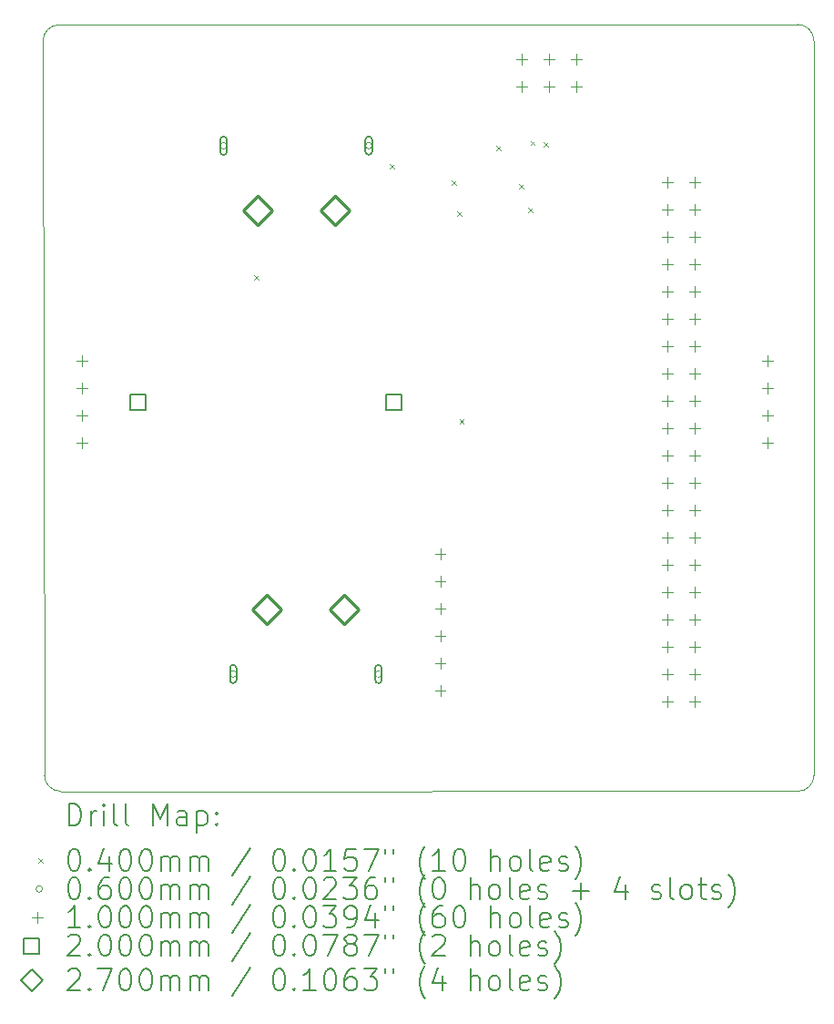
<source format=gbr>
%TF.GenerationSoftware,KiCad,Pcbnew,7.0.2-0*%
%TF.CreationDate,2023-05-05T21:51:03-04:00*%
%TF.ProjectId,Pi_HAT_V4,50695f48-4154-45f5-9634-2e6b69636164,rev?*%
%TF.SameCoordinates,Original*%
%TF.FileFunction,Drillmap*%
%TF.FilePolarity,Positive*%
%FSLAX45Y45*%
G04 Gerber Fmt 4.5, Leading zero omitted, Abs format (unit mm)*
G04 Created by KiCad (PCBNEW 7.0.2-0) date 2023-05-05 21:51:03*
%MOMM*%
%LPD*%
G01*
G04 APERTURE LIST*
%ADD10C,0.100000*%
%ADD11C,0.200000*%
%ADD12C,0.040000*%
%ADD13C,0.060000*%
%ADD14C,0.270000*%
G04 APERTURE END LIST*
D10*
X9446066Y-6476250D02*
X16315000Y-6473750D01*
X9446066Y-6476246D02*
G75*
G03*
X9296066Y-6626250I4J-150004D01*
G01*
X9310000Y-13450000D02*
X9296066Y-6626250D01*
X16316434Y-13598934D02*
G75*
G03*
X16466434Y-13448934I-4J150004D01*
G01*
X16465000Y-6623750D02*
X16466434Y-13448934D01*
X9310000Y-13450000D02*
G75*
G03*
X9460000Y-13600000I150000J0D01*
G01*
X16465000Y-6623750D02*
G75*
G03*
X16315000Y-6473750I-150000J0D01*
G01*
X16316434Y-13598934D02*
X9460000Y-13600000D01*
D11*
D12*
X11260000Y-8803050D02*
X11300000Y-8843050D01*
X11300000Y-8803050D02*
X11260000Y-8843050D01*
X12520000Y-7770000D02*
X12560000Y-7810000D01*
X12560000Y-7770000D02*
X12520000Y-7810000D01*
X13095000Y-7925000D02*
X13135000Y-7965000D01*
X13135000Y-7925000D02*
X13095000Y-7965000D01*
X13150000Y-8210000D02*
X13190000Y-8250000D01*
X13190000Y-8210000D02*
X13150000Y-8250000D01*
X13170000Y-10140000D02*
X13210000Y-10180000D01*
X13210000Y-10140000D02*
X13170000Y-10180000D01*
X13510000Y-7600000D02*
X13550000Y-7640000D01*
X13550000Y-7600000D02*
X13510000Y-7640000D01*
X13725000Y-7955000D02*
X13765000Y-7995000D01*
X13765000Y-7955000D02*
X13725000Y-7995000D01*
X13810000Y-8180000D02*
X13850000Y-8220000D01*
X13850000Y-8180000D02*
X13810000Y-8220000D01*
X13830000Y-7555000D02*
X13870000Y-7595000D01*
X13870000Y-7555000D02*
X13830000Y-7595000D01*
X13950000Y-7570000D02*
X13990000Y-7610000D01*
X13990000Y-7570000D02*
X13950000Y-7610000D01*
D13*
X11005000Y-7600000D02*
G75*
G03*
X11005000Y-7600000I-30000J0D01*
G01*
D11*
X10945000Y-7545000D02*
X10945000Y-7655000D01*
X10945000Y-7655000D02*
G75*
G03*
X11005000Y-7655000I30000J0D01*
G01*
X11005000Y-7655000D02*
X11005000Y-7545000D01*
X11005000Y-7545000D02*
G75*
G03*
X10945000Y-7545000I-30000J0D01*
G01*
D13*
X11095000Y-12510000D02*
G75*
G03*
X11095000Y-12510000I-30000J0D01*
G01*
D11*
X11095000Y-12565000D02*
X11095000Y-12455000D01*
X11095000Y-12455000D02*
G75*
G03*
X11035000Y-12455000I-30000J0D01*
G01*
X11035000Y-12455000D02*
X11035000Y-12565000D01*
X11035000Y-12565000D02*
G75*
G03*
X11095000Y-12565000I30000J0D01*
G01*
D13*
X12355000Y-7600000D02*
G75*
G03*
X12355000Y-7600000I-30000J0D01*
G01*
D11*
X12295000Y-7545000D02*
X12295000Y-7655000D01*
X12295000Y-7655000D02*
G75*
G03*
X12355000Y-7655000I30000J0D01*
G01*
X12355000Y-7655000D02*
X12355000Y-7545000D01*
X12355000Y-7545000D02*
G75*
G03*
X12295000Y-7545000I-30000J0D01*
G01*
D13*
X12445000Y-12510000D02*
G75*
G03*
X12445000Y-12510000I-30000J0D01*
G01*
D11*
X12445000Y-12565000D02*
X12445000Y-12455000D01*
X12445000Y-12455000D02*
G75*
G03*
X12385000Y-12455000I-30000J0D01*
G01*
X12385000Y-12455000D02*
X12385000Y-12565000D01*
X12385000Y-12565000D02*
G75*
G03*
X12445000Y-12565000I30000J0D01*
G01*
D10*
X9655000Y-9550000D02*
X9655000Y-9650000D01*
X9605000Y-9600000D02*
X9705000Y-9600000D01*
X9655000Y-9804000D02*
X9655000Y-9904000D01*
X9605000Y-9854000D02*
X9705000Y-9854000D01*
X9655000Y-10058000D02*
X9655000Y-10158000D01*
X9605000Y-10108000D02*
X9705000Y-10108000D01*
X9655000Y-10312000D02*
X9655000Y-10412000D01*
X9605000Y-10362000D02*
X9705000Y-10362000D01*
X12990000Y-11345000D02*
X12990000Y-11445000D01*
X12940000Y-11395000D02*
X13040000Y-11395000D01*
X12990000Y-11599000D02*
X12990000Y-11699000D01*
X12940000Y-11649000D02*
X13040000Y-11649000D01*
X12990000Y-11853000D02*
X12990000Y-11953000D01*
X12940000Y-11903000D02*
X13040000Y-11903000D01*
X12990000Y-12107000D02*
X12990000Y-12207000D01*
X12940000Y-12157000D02*
X13040000Y-12157000D01*
X12990000Y-12361000D02*
X12990000Y-12461000D01*
X12940000Y-12411000D02*
X13040000Y-12411000D01*
X12990000Y-12615000D02*
X12990000Y-12715000D01*
X12940000Y-12665000D02*
X13040000Y-12665000D01*
X13747500Y-6748500D02*
X13747500Y-6848500D01*
X13697500Y-6798500D02*
X13797500Y-6798500D01*
X13747500Y-7002500D02*
X13747500Y-7102500D01*
X13697500Y-7052500D02*
X13797500Y-7052500D01*
X14001500Y-6748500D02*
X14001500Y-6848500D01*
X13951500Y-6798500D02*
X14051500Y-6798500D01*
X14001500Y-7002500D02*
X14001500Y-7102500D01*
X13951500Y-7052500D02*
X14051500Y-7052500D01*
X14255500Y-6748500D02*
X14255500Y-6848500D01*
X14205500Y-6798500D02*
X14305500Y-6798500D01*
X14255500Y-7002500D02*
X14255500Y-7102500D01*
X14205500Y-7052500D02*
X14305500Y-7052500D01*
X15100000Y-7890000D02*
X15100000Y-7990000D01*
X15050000Y-7940000D02*
X15150000Y-7940000D01*
X15100000Y-8144000D02*
X15100000Y-8244000D01*
X15050000Y-8194000D02*
X15150000Y-8194000D01*
X15100000Y-8398000D02*
X15100000Y-8498000D01*
X15050000Y-8448000D02*
X15150000Y-8448000D01*
X15100000Y-8652000D02*
X15100000Y-8752000D01*
X15050000Y-8702000D02*
X15150000Y-8702000D01*
X15100000Y-8906000D02*
X15100000Y-9006000D01*
X15050000Y-8956000D02*
X15150000Y-8956000D01*
X15100000Y-9160000D02*
X15100000Y-9260000D01*
X15050000Y-9210000D02*
X15150000Y-9210000D01*
X15100000Y-9414000D02*
X15100000Y-9514000D01*
X15050000Y-9464000D02*
X15150000Y-9464000D01*
X15100000Y-9668000D02*
X15100000Y-9768000D01*
X15050000Y-9718000D02*
X15150000Y-9718000D01*
X15100000Y-9922000D02*
X15100000Y-10022000D01*
X15050000Y-9972000D02*
X15150000Y-9972000D01*
X15100000Y-10176000D02*
X15100000Y-10276000D01*
X15050000Y-10226000D02*
X15150000Y-10226000D01*
X15100000Y-10430000D02*
X15100000Y-10530000D01*
X15050000Y-10480000D02*
X15150000Y-10480000D01*
X15100000Y-10684000D02*
X15100000Y-10784000D01*
X15050000Y-10734000D02*
X15150000Y-10734000D01*
X15100000Y-10938000D02*
X15100000Y-11038000D01*
X15050000Y-10988000D02*
X15150000Y-10988000D01*
X15100000Y-11192000D02*
X15100000Y-11292000D01*
X15050000Y-11242000D02*
X15150000Y-11242000D01*
X15100000Y-11446000D02*
X15100000Y-11546000D01*
X15050000Y-11496000D02*
X15150000Y-11496000D01*
X15100000Y-11700000D02*
X15100000Y-11800000D01*
X15050000Y-11750000D02*
X15150000Y-11750000D01*
X15100000Y-11954000D02*
X15100000Y-12054000D01*
X15050000Y-12004000D02*
X15150000Y-12004000D01*
X15100000Y-12208000D02*
X15100000Y-12308000D01*
X15050000Y-12258000D02*
X15150000Y-12258000D01*
X15100000Y-12462000D02*
X15100000Y-12562000D01*
X15050000Y-12512000D02*
X15150000Y-12512000D01*
X15100000Y-12716000D02*
X15100000Y-12816000D01*
X15050000Y-12766000D02*
X15150000Y-12766000D01*
X15354000Y-7890000D02*
X15354000Y-7990000D01*
X15304000Y-7940000D02*
X15404000Y-7940000D01*
X15354000Y-8144000D02*
X15354000Y-8244000D01*
X15304000Y-8194000D02*
X15404000Y-8194000D01*
X15354000Y-8398000D02*
X15354000Y-8498000D01*
X15304000Y-8448000D02*
X15404000Y-8448000D01*
X15354000Y-8652000D02*
X15354000Y-8752000D01*
X15304000Y-8702000D02*
X15404000Y-8702000D01*
X15354000Y-8906000D02*
X15354000Y-9006000D01*
X15304000Y-8956000D02*
X15404000Y-8956000D01*
X15354000Y-9160000D02*
X15354000Y-9260000D01*
X15304000Y-9210000D02*
X15404000Y-9210000D01*
X15354000Y-9414000D02*
X15354000Y-9514000D01*
X15304000Y-9464000D02*
X15404000Y-9464000D01*
X15354000Y-9668000D02*
X15354000Y-9768000D01*
X15304000Y-9718000D02*
X15404000Y-9718000D01*
X15354000Y-9922000D02*
X15354000Y-10022000D01*
X15304000Y-9972000D02*
X15404000Y-9972000D01*
X15354000Y-10176000D02*
X15354000Y-10276000D01*
X15304000Y-10226000D02*
X15404000Y-10226000D01*
X15354000Y-10430000D02*
X15354000Y-10530000D01*
X15304000Y-10480000D02*
X15404000Y-10480000D01*
X15354000Y-10684000D02*
X15354000Y-10784000D01*
X15304000Y-10734000D02*
X15404000Y-10734000D01*
X15354000Y-10938000D02*
X15354000Y-11038000D01*
X15304000Y-10988000D02*
X15404000Y-10988000D01*
X15354000Y-11192000D02*
X15354000Y-11292000D01*
X15304000Y-11242000D02*
X15404000Y-11242000D01*
X15354000Y-11446000D02*
X15354000Y-11546000D01*
X15304000Y-11496000D02*
X15404000Y-11496000D01*
X15354000Y-11700000D02*
X15354000Y-11800000D01*
X15304000Y-11750000D02*
X15404000Y-11750000D01*
X15354000Y-11954000D02*
X15354000Y-12054000D01*
X15304000Y-12004000D02*
X15404000Y-12004000D01*
X15354000Y-12208000D02*
X15354000Y-12308000D01*
X15304000Y-12258000D02*
X15404000Y-12258000D01*
X15354000Y-12462000D02*
X15354000Y-12562000D01*
X15304000Y-12512000D02*
X15404000Y-12512000D01*
X15354000Y-12716000D02*
X15354000Y-12816000D01*
X15304000Y-12766000D02*
X15404000Y-12766000D01*
X16035000Y-9550000D02*
X16035000Y-9650000D01*
X15985000Y-9600000D02*
X16085000Y-9600000D01*
X16035000Y-9804000D02*
X16035000Y-9904000D01*
X15985000Y-9854000D02*
X16085000Y-9854000D01*
X16035000Y-10058000D02*
X16035000Y-10158000D01*
X15985000Y-10108000D02*
X16085000Y-10108000D01*
X16035000Y-10312000D02*
X16035000Y-10412000D01*
X15985000Y-10362000D02*
X16085000Y-10362000D01*
D11*
X10250711Y-10055711D02*
X10250711Y-9914289D01*
X10109289Y-9914289D01*
X10109289Y-10055711D01*
X10250711Y-10055711D01*
X12630711Y-10055711D02*
X12630711Y-9914289D01*
X12489289Y-9914289D01*
X12489289Y-10055711D01*
X12630711Y-10055711D01*
D14*
X11290000Y-8335000D02*
X11425000Y-8200000D01*
X11290000Y-8065000D01*
X11155000Y-8200000D01*
X11290000Y-8335000D01*
X11380000Y-12045000D02*
X11515000Y-11910000D01*
X11380000Y-11775000D01*
X11245000Y-11910000D01*
X11380000Y-12045000D01*
X12010000Y-8335000D02*
X12145000Y-8200000D01*
X12010000Y-8065000D01*
X11875000Y-8200000D01*
X12010000Y-8335000D01*
X12100000Y-12045000D02*
X12235000Y-11910000D01*
X12100000Y-11775000D01*
X11965000Y-11910000D01*
X12100000Y-12045000D01*
D11*
X9538685Y-13917524D02*
X9538685Y-13717524D01*
X9538685Y-13717524D02*
X9586304Y-13717524D01*
X9586304Y-13717524D02*
X9614876Y-13727048D01*
X9614876Y-13727048D02*
X9633923Y-13746095D01*
X9633923Y-13746095D02*
X9643447Y-13765143D01*
X9643447Y-13765143D02*
X9652971Y-13803238D01*
X9652971Y-13803238D02*
X9652971Y-13831809D01*
X9652971Y-13831809D02*
X9643447Y-13869905D01*
X9643447Y-13869905D02*
X9633923Y-13888952D01*
X9633923Y-13888952D02*
X9614876Y-13908000D01*
X9614876Y-13908000D02*
X9586304Y-13917524D01*
X9586304Y-13917524D02*
X9538685Y-13917524D01*
X9738685Y-13917524D02*
X9738685Y-13784190D01*
X9738685Y-13822286D02*
X9748209Y-13803238D01*
X9748209Y-13803238D02*
X9757733Y-13793714D01*
X9757733Y-13793714D02*
X9776780Y-13784190D01*
X9776780Y-13784190D02*
X9795828Y-13784190D01*
X9862495Y-13917524D02*
X9862495Y-13784190D01*
X9862495Y-13717524D02*
X9852971Y-13727048D01*
X9852971Y-13727048D02*
X9862495Y-13736571D01*
X9862495Y-13736571D02*
X9872018Y-13727048D01*
X9872018Y-13727048D02*
X9862495Y-13717524D01*
X9862495Y-13717524D02*
X9862495Y-13736571D01*
X9986304Y-13917524D02*
X9967256Y-13908000D01*
X9967256Y-13908000D02*
X9957733Y-13888952D01*
X9957733Y-13888952D02*
X9957733Y-13717524D01*
X10091066Y-13917524D02*
X10072018Y-13908000D01*
X10072018Y-13908000D02*
X10062495Y-13888952D01*
X10062495Y-13888952D02*
X10062495Y-13717524D01*
X10319637Y-13917524D02*
X10319637Y-13717524D01*
X10319637Y-13717524D02*
X10386304Y-13860381D01*
X10386304Y-13860381D02*
X10452971Y-13717524D01*
X10452971Y-13717524D02*
X10452971Y-13917524D01*
X10633923Y-13917524D02*
X10633923Y-13812762D01*
X10633923Y-13812762D02*
X10624399Y-13793714D01*
X10624399Y-13793714D02*
X10605352Y-13784190D01*
X10605352Y-13784190D02*
X10567256Y-13784190D01*
X10567256Y-13784190D02*
X10548209Y-13793714D01*
X10633923Y-13908000D02*
X10614876Y-13917524D01*
X10614876Y-13917524D02*
X10567256Y-13917524D01*
X10567256Y-13917524D02*
X10548209Y-13908000D01*
X10548209Y-13908000D02*
X10538685Y-13888952D01*
X10538685Y-13888952D02*
X10538685Y-13869905D01*
X10538685Y-13869905D02*
X10548209Y-13850857D01*
X10548209Y-13850857D02*
X10567256Y-13841333D01*
X10567256Y-13841333D02*
X10614876Y-13841333D01*
X10614876Y-13841333D02*
X10633923Y-13831809D01*
X10729161Y-13784190D02*
X10729161Y-13984190D01*
X10729161Y-13793714D02*
X10748209Y-13784190D01*
X10748209Y-13784190D02*
X10786304Y-13784190D01*
X10786304Y-13784190D02*
X10805352Y-13793714D01*
X10805352Y-13793714D02*
X10814876Y-13803238D01*
X10814876Y-13803238D02*
X10824399Y-13822286D01*
X10824399Y-13822286D02*
X10824399Y-13879428D01*
X10824399Y-13879428D02*
X10814876Y-13898476D01*
X10814876Y-13898476D02*
X10805352Y-13908000D01*
X10805352Y-13908000D02*
X10786304Y-13917524D01*
X10786304Y-13917524D02*
X10748209Y-13917524D01*
X10748209Y-13917524D02*
X10729161Y-13908000D01*
X10910114Y-13898476D02*
X10919637Y-13908000D01*
X10919637Y-13908000D02*
X10910114Y-13917524D01*
X10910114Y-13917524D02*
X10900590Y-13908000D01*
X10900590Y-13908000D02*
X10910114Y-13898476D01*
X10910114Y-13898476D02*
X10910114Y-13917524D01*
X10910114Y-13793714D02*
X10919637Y-13803238D01*
X10919637Y-13803238D02*
X10910114Y-13812762D01*
X10910114Y-13812762D02*
X10900590Y-13803238D01*
X10900590Y-13803238D02*
X10910114Y-13793714D01*
X10910114Y-13793714D02*
X10910114Y-13812762D01*
D12*
X9251066Y-14225000D02*
X9291066Y-14265000D01*
X9291066Y-14225000D02*
X9251066Y-14265000D01*
D11*
X9576780Y-14137524D02*
X9595828Y-14137524D01*
X9595828Y-14137524D02*
X9614876Y-14147048D01*
X9614876Y-14147048D02*
X9624399Y-14156571D01*
X9624399Y-14156571D02*
X9633923Y-14175619D01*
X9633923Y-14175619D02*
X9643447Y-14213714D01*
X9643447Y-14213714D02*
X9643447Y-14261333D01*
X9643447Y-14261333D02*
X9633923Y-14299428D01*
X9633923Y-14299428D02*
X9624399Y-14318476D01*
X9624399Y-14318476D02*
X9614876Y-14328000D01*
X9614876Y-14328000D02*
X9595828Y-14337524D01*
X9595828Y-14337524D02*
X9576780Y-14337524D01*
X9576780Y-14337524D02*
X9557733Y-14328000D01*
X9557733Y-14328000D02*
X9548209Y-14318476D01*
X9548209Y-14318476D02*
X9538685Y-14299428D01*
X9538685Y-14299428D02*
X9529161Y-14261333D01*
X9529161Y-14261333D02*
X9529161Y-14213714D01*
X9529161Y-14213714D02*
X9538685Y-14175619D01*
X9538685Y-14175619D02*
X9548209Y-14156571D01*
X9548209Y-14156571D02*
X9557733Y-14147048D01*
X9557733Y-14147048D02*
X9576780Y-14137524D01*
X9729161Y-14318476D02*
X9738685Y-14328000D01*
X9738685Y-14328000D02*
X9729161Y-14337524D01*
X9729161Y-14337524D02*
X9719637Y-14328000D01*
X9719637Y-14328000D02*
X9729161Y-14318476D01*
X9729161Y-14318476D02*
X9729161Y-14337524D01*
X9910114Y-14204190D02*
X9910114Y-14337524D01*
X9862495Y-14128000D02*
X9814876Y-14270857D01*
X9814876Y-14270857D02*
X9938685Y-14270857D01*
X10052971Y-14137524D02*
X10072018Y-14137524D01*
X10072018Y-14137524D02*
X10091066Y-14147048D01*
X10091066Y-14147048D02*
X10100590Y-14156571D01*
X10100590Y-14156571D02*
X10110114Y-14175619D01*
X10110114Y-14175619D02*
X10119637Y-14213714D01*
X10119637Y-14213714D02*
X10119637Y-14261333D01*
X10119637Y-14261333D02*
X10110114Y-14299428D01*
X10110114Y-14299428D02*
X10100590Y-14318476D01*
X10100590Y-14318476D02*
X10091066Y-14328000D01*
X10091066Y-14328000D02*
X10072018Y-14337524D01*
X10072018Y-14337524D02*
X10052971Y-14337524D01*
X10052971Y-14337524D02*
X10033923Y-14328000D01*
X10033923Y-14328000D02*
X10024399Y-14318476D01*
X10024399Y-14318476D02*
X10014876Y-14299428D01*
X10014876Y-14299428D02*
X10005352Y-14261333D01*
X10005352Y-14261333D02*
X10005352Y-14213714D01*
X10005352Y-14213714D02*
X10014876Y-14175619D01*
X10014876Y-14175619D02*
X10024399Y-14156571D01*
X10024399Y-14156571D02*
X10033923Y-14147048D01*
X10033923Y-14147048D02*
X10052971Y-14137524D01*
X10243447Y-14137524D02*
X10262495Y-14137524D01*
X10262495Y-14137524D02*
X10281542Y-14147048D01*
X10281542Y-14147048D02*
X10291066Y-14156571D01*
X10291066Y-14156571D02*
X10300590Y-14175619D01*
X10300590Y-14175619D02*
X10310114Y-14213714D01*
X10310114Y-14213714D02*
X10310114Y-14261333D01*
X10310114Y-14261333D02*
X10300590Y-14299428D01*
X10300590Y-14299428D02*
X10291066Y-14318476D01*
X10291066Y-14318476D02*
X10281542Y-14328000D01*
X10281542Y-14328000D02*
X10262495Y-14337524D01*
X10262495Y-14337524D02*
X10243447Y-14337524D01*
X10243447Y-14337524D02*
X10224399Y-14328000D01*
X10224399Y-14328000D02*
X10214876Y-14318476D01*
X10214876Y-14318476D02*
X10205352Y-14299428D01*
X10205352Y-14299428D02*
X10195828Y-14261333D01*
X10195828Y-14261333D02*
X10195828Y-14213714D01*
X10195828Y-14213714D02*
X10205352Y-14175619D01*
X10205352Y-14175619D02*
X10214876Y-14156571D01*
X10214876Y-14156571D02*
X10224399Y-14147048D01*
X10224399Y-14147048D02*
X10243447Y-14137524D01*
X10395828Y-14337524D02*
X10395828Y-14204190D01*
X10395828Y-14223238D02*
X10405352Y-14213714D01*
X10405352Y-14213714D02*
X10424399Y-14204190D01*
X10424399Y-14204190D02*
X10452971Y-14204190D01*
X10452971Y-14204190D02*
X10472018Y-14213714D01*
X10472018Y-14213714D02*
X10481542Y-14232762D01*
X10481542Y-14232762D02*
X10481542Y-14337524D01*
X10481542Y-14232762D02*
X10491066Y-14213714D01*
X10491066Y-14213714D02*
X10510114Y-14204190D01*
X10510114Y-14204190D02*
X10538685Y-14204190D01*
X10538685Y-14204190D02*
X10557733Y-14213714D01*
X10557733Y-14213714D02*
X10567257Y-14232762D01*
X10567257Y-14232762D02*
X10567257Y-14337524D01*
X10662495Y-14337524D02*
X10662495Y-14204190D01*
X10662495Y-14223238D02*
X10672018Y-14213714D01*
X10672018Y-14213714D02*
X10691066Y-14204190D01*
X10691066Y-14204190D02*
X10719638Y-14204190D01*
X10719638Y-14204190D02*
X10738685Y-14213714D01*
X10738685Y-14213714D02*
X10748209Y-14232762D01*
X10748209Y-14232762D02*
X10748209Y-14337524D01*
X10748209Y-14232762D02*
X10757733Y-14213714D01*
X10757733Y-14213714D02*
X10776780Y-14204190D01*
X10776780Y-14204190D02*
X10805352Y-14204190D01*
X10805352Y-14204190D02*
X10824399Y-14213714D01*
X10824399Y-14213714D02*
X10833923Y-14232762D01*
X10833923Y-14232762D02*
X10833923Y-14337524D01*
X11224399Y-14128000D02*
X11052971Y-14385143D01*
X11481542Y-14137524D02*
X11500590Y-14137524D01*
X11500590Y-14137524D02*
X11519638Y-14147048D01*
X11519638Y-14147048D02*
X11529161Y-14156571D01*
X11529161Y-14156571D02*
X11538685Y-14175619D01*
X11538685Y-14175619D02*
X11548209Y-14213714D01*
X11548209Y-14213714D02*
X11548209Y-14261333D01*
X11548209Y-14261333D02*
X11538685Y-14299428D01*
X11538685Y-14299428D02*
X11529161Y-14318476D01*
X11529161Y-14318476D02*
X11519638Y-14328000D01*
X11519638Y-14328000D02*
X11500590Y-14337524D01*
X11500590Y-14337524D02*
X11481542Y-14337524D01*
X11481542Y-14337524D02*
X11462495Y-14328000D01*
X11462495Y-14328000D02*
X11452971Y-14318476D01*
X11452971Y-14318476D02*
X11443447Y-14299428D01*
X11443447Y-14299428D02*
X11433923Y-14261333D01*
X11433923Y-14261333D02*
X11433923Y-14213714D01*
X11433923Y-14213714D02*
X11443447Y-14175619D01*
X11443447Y-14175619D02*
X11452971Y-14156571D01*
X11452971Y-14156571D02*
X11462495Y-14147048D01*
X11462495Y-14147048D02*
X11481542Y-14137524D01*
X11633923Y-14318476D02*
X11643447Y-14328000D01*
X11643447Y-14328000D02*
X11633923Y-14337524D01*
X11633923Y-14337524D02*
X11624399Y-14328000D01*
X11624399Y-14328000D02*
X11633923Y-14318476D01*
X11633923Y-14318476D02*
X11633923Y-14337524D01*
X11767257Y-14137524D02*
X11786304Y-14137524D01*
X11786304Y-14137524D02*
X11805352Y-14147048D01*
X11805352Y-14147048D02*
X11814876Y-14156571D01*
X11814876Y-14156571D02*
X11824399Y-14175619D01*
X11824399Y-14175619D02*
X11833923Y-14213714D01*
X11833923Y-14213714D02*
X11833923Y-14261333D01*
X11833923Y-14261333D02*
X11824399Y-14299428D01*
X11824399Y-14299428D02*
X11814876Y-14318476D01*
X11814876Y-14318476D02*
X11805352Y-14328000D01*
X11805352Y-14328000D02*
X11786304Y-14337524D01*
X11786304Y-14337524D02*
X11767257Y-14337524D01*
X11767257Y-14337524D02*
X11748209Y-14328000D01*
X11748209Y-14328000D02*
X11738685Y-14318476D01*
X11738685Y-14318476D02*
X11729161Y-14299428D01*
X11729161Y-14299428D02*
X11719638Y-14261333D01*
X11719638Y-14261333D02*
X11719638Y-14213714D01*
X11719638Y-14213714D02*
X11729161Y-14175619D01*
X11729161Y-14175619D02*
X11738685Y-14156571D01*
X11738685Y-14156571D02*
X11748209Y-14147048D01*
X11748209Y-14147048D02*
X11767257Y-14137524D01*
X12024399Y-14337524D02*
X11910114Y-14337524D01*
X11967257Y-14337524D02*
X11967257Y-14137524D01*
X11967257Y-14137524D02*
X11948209Y-14166095D01*
X11948209Y-14166095D02*
X11929161Y-14185143D01*
X11929161Y-14185143D02*
X11910114Y-14194667D01*
X12205352Y-14137524D02*
X12110114Y-14137524D01*
X12110114Y-14137524D02*
X12100590Y-14232762D01*
X12100590Y-14232762D02*
X12110114Y-14223238D01*
X12110114Y-14223238D02*
X12129161Y-14213714D01*
X12129161Y-14213714D02*
X12176780Y-14213714D01*
X12176780Y-14213714D02*
X12195828Y-14223238D01*
X12195828Y-14223238D02*
X12205352Y-14232762D01*
X12205352Y-14232762D02*
X12214876Y-14251809D01*
X12214876Y-14251809D02*
X12214876Y-14299428D01*
X12214876Y-14299428D02*
X12205352Y-14318476D01*
X12205352Y-14318476D02*
X12195828Y-14328000D01*
X12195828Y-14328000D02*
X12176780Y-14337524D01*
X12176780Y-14337524D02*
X12129161Y-14337524D01*
X12129161Y-14337524D02*
X12110114Y-14328000D01*
X12110114Y-14328000D02*
X12100590Y-14318476D01*
X12281542Y-14137524D02*
X12414876Y-14137524D01*
X12414876Y-14137524D02*
X12329161Y-14337524D01*
X12481542Y-14137524D02*
X12481542Y-14175619D01*
X12557733Y-14137524D02*
X12557733Y-14175619D01*
X12852971Y-14413714D02*
X12843447Y-14404190D01*
X12843447Y-14404190D02*
X12824400Y-14375619D01*
X12824400Y-14375619D02*
X12814876Y-14356571D01*
X12814876Y-14356571D02*
X12805352Y-14328000D01*
X12805352Y-14328000D02*
X12795828Y-14280381D01*
X12795828Y-14280381D02*
X12795828Y-14242286D01*
X12795828Y-14242286D02*
X12805352Y-14194667D01*
X12805352Y-14194667D02*
X12814876Y-14166095D01*
X12814876Y-14166095D02*
X12824400Y-14147048D01*
X12824400Y-14147048D02*
X12843447Y-14118476D01*
X12843447Y-14118476D02*
X12852971Y-14108952D01*
X13033923Y-14337524D02*
X12919638Y-14337524D01*
X12976780Y-14337524D02*
X12976780Y-14137524D01*
X12976780Y-14137524D02*
X12957733Y-14166095D01*
X12957733Y-14166095D02*
X12938685Y-14185143D01*
X12938685Y-14185143D02*
X12919638Y-14194667D01*
X13157733Y-14137524D02*
X13176781Y-14137524D01*
X13176781Y-14137524D02*
X13195828Y-14147048D01*
X13195828Y-14147048D02*
X13205352Y-14156571D01*
X13205352Y-14156571D02*
X13214876Y-14175619D01*
X13214876Y-14175619D02*
X13224400Y-14213714D01*
X13224400Y-14213714D02*
X13224400Y-14261333D01*
X13224400Y-14261333D02*
X13214876Y-14299428D01*
X13214876Y-14299428D02*
X13205352Y-14318476D01*
X13205352Y-14318476D02*
X13195828Y-14328000D01*
X13195828Y-14328000D02*
X13176781Y-14337524D01*
X13176781Y-14337524D02*
X13157733Y-14337524D01*
X13157733Y-14337524D02*
X13138685Y-14328000D01*
X13138685Y-14328000D02*
X13129161Y-14318476D01*
X13129161Y-14318476D02*
X13119638Y-14299428D01*
X13119638Y-14299428D02*
X13110114Y-14261333D01*
X13110114Y-14261333D02*
X13110114Y-14213714D01*
X13110114Y-14213714D02*
X13119638Y-14175619D01*
X13119638Y-14175619D02*
X13129161Y-14156571D01*
X13129161Y-14156571D02*
X13138685Y-14147048D01*
X13138685Y-14147048D02*
X13157733Y-14137524D01*
X13462495Y-14337524D02*
X13462495Y-14137524D01*
X13548209Y-14337524D02*
X13548209Y-14232762D01*
X13548209Y-14232762D02*
X13538685Y-14213714D01*
X13538685Y-14213714D02*
X13519638Y-14204190D01*
X13519638Y-14204190D02*
X13491066Y-14204190D01*
X13491066Y-14204190D02*
X13472019Y-14213714D01*
X13472019Y-14213714D02*
X13462495Y-14223238D01*
X13672019Y-14337524D02*
X13652971Y-14328000D01*
X13652971Y-14328000D02*
X13643447Y-14318476D01*
X13643447Y-14318476D02*
X13633923Y-14299428D01*
X13633923Y-14299428D02*
X13633923Y-14242286D01*
X13633923Y-14242286D02*
X13643447Y-14223238D01*
X13643447Y-14223238D02*
X13652971Y-14213714D01*
X13652971Y-14213714D02*
X13672019Y-14204190D01*
X13672019Y-14204190D02*
X13700590Y-14204190D01*
X13700590Y-14204190D02*
X13719638Y-14213714D01*
X13719638Y-14213714D02*
X13729162Y-14223238D01*
X13729162Y-14223238D02*
X13738685Y-14242286D01*
X13738685Y-14242286D02*
X13738685Y-14299428D01*
X13738685Y-14299428D02*
X13729162Y-14318476D01*
X13729162Y-14318476D02*
X13719638Y-14328000D01*
X13719638Y-14328000D02*
X13700590Y-14337524D01*
X13700590Y-14337524D02*
X13672019Y-14337524D01*
X13852971Y-14337524D02*
X13833923Y-14328000D01*
X13833923Y-14328000D02*
X13824400Y-14308952D01*
X13824400Y-14308952D02*
X13824400Y-14137524D01*
X14005352Y-14328000D02*
X13986304Y-14337524D01*
X13986304Y-14337524D02*
X13948209Y-14337524D01*
X13948209Y-14337524D02*
X13929162Y-14328000D01*
X13929162Y-14328000D02*
X13919638Y-14308952D01*
X13919638Y-14308952D02*
X13919638Y-14232762D01*
X13919638Y-14232762D02*
X13929162Y-14213714D01*
X13929162Y-14213714D02*
X13948209Y-14204190D01*
X13948209Y-14204190D02*
X13986304Y-14204190D01*
X13986304Y-14204190D02*
X14005352Y-14213714D01*
X14005352Y-14213714D02*
X14014876Y-14232762D01*
X14014876Y-14232762D02*
X14014876Y-14251809D01*
X14014876Y-14251809D02*
X13919638Y-14270857D01*
X14091066Y-14328000D02*
X14110114Y-14337524D01*
X14110114Y-14337524D02*
X14148209Y-14337524D01*
X14148209Y-14337524D02*
X14167257Y-14328000D01*
X14167257Y-14328000D02*
X14176781Y-14308952D01*
X14176781Y-14308952D02*
X14176781Y-14299428D01*
X14176781Y-14299428D02*
X14167257Y-14280381D01*
X14167257Y-14280381D02*
X14148209Y-14270857D01*
X14148209Y-14270857D02*
X14119638Y-14270857D01*
X14119638Y-14270857D02*
X14100590Y-14261333D01*
X14100590Y-14261333D02*
X14091066Y-14242286D01*
X14091066Y-14242286D02*
X14091066Y-14232762D01*
X14091066Y-14232762D02*
X14100590Y-14213714D01*
X14100590Y-14213714D02*
X14119638Y-14204190D01*
X14119638Y-14204190D02*
X14148209Y-14204190D01*
X14148209Y-14204190D02*
X14167257Y-14213714D01*
X14243447Y-14413714D02*
X14252971Y-14404190D01*
X14252971Y-14404190D02*
X14272019Y-14375619D01*
X14272019Y-14375619D02*
X14281543Y-14356571D01*
X14281543Y-14356571D02*
X14291066Y-14328000D01*
X14291066Y-14328000D02*
X14300590Y-14280381D01*
X14300590Y-14280381D02*
X14300590Y-14242286D01*
X14300590Y-14242286D02*
X14291066Y-14194667D01*
X14291066Y-14194667D02*
X14281543Y-14166095D01*
X14281543Y-14166095D02*
X14272019Y-14147048D01*
X14272019Y-14147048D02*
X14252971Y-14118476D01*
X14252971Y-14118476D02*
X14243447Y-14108952D01*
D13*
X9291066Y-14509000D02*
G75*
G03*
X9291066Y-14509000I-30000J0D01*
G01*
D11*
X9576780Y-14401524D02*
X9595828Y-14401524D01*
X9595828Y-14401524D02*
X9614876Y-14411048D01*
X9614876Y-14411048D02*
X9624399Y-14420571D01*
X9624399Y-14420571D02*
X9633923Y-14439619D01*
X9633923Y-14439619D02*
X9643447Y-14477714D01*
X9643447Y-14477714D02*
X9643447Y-14525333D01*
X9643447Y-14525333D02*
X9633923Y-14563428D01*
X9633923Y-14563428D02*
X9624399Y-14582476D01*
X9624399Y-14582476D02*
X9614876Y-14592000D01*
X9614876Y-14592000D02*
X9595828Y-14601524D01*
X9595828Y-14601524D02*
X9576780Y-14601524D01*
X9576780Y-14601524D02*
X9557733Y-14592000D01*
X9557733Y-14592000D02*
X9548209Y-14582476D01*
X9548209Y-14582476D02*
X9538685Y-14563428D01*
X9538685Y-14563428D02*
X9529161Y-14525333D01*
X9529161Y-14525333D02*
X9529161Y-14477714D01*
X9529161Y-14477714D02*
X9538685Y-14439619D01*
X9538685Y-14439619D02*
X9548209Y-14420571D01*
X9548209Y-14420571D02*
X9557733Y-14411048D01*
X9557733Y-14411048D02*
X9576780Y-14401524D01*
X9729161Y-14582476D02*
X9738685Y-14592000D01*
X9738685Y-14592000D02*
X9729161Y-14601524D01*
X9729161Y-14601524D02*
X9719637Y-14592000D01*
X9719637Y-14592000D02*
X9729161Y-14582476D01*
X9729161Y-14582476D02*
X9729161Y-14601524D01*
X9910114Y-14401524D02*
X9872018Y-14401524D01*
X9872018Y-14401524D02*
X9852971Y-14411048D01*
X9852971Y-14411048D02*
X9843447Y-14420571D01*
X9843447Y-14420571D02*
X9824399Y-14449143D01*
X9824399Y-14449143D02*
X9814876Y-14487238D01*
X9814876Y-14487238D02*
X9814876Y-14563428D01*
X9814876Y-14563428D02*
X9824399Y-14582476D01*
X9824399Y-14582476D02*
X9833923Y-14592000D01*
X9833923Y-14592000D02*
X9852971Y-14601524D01*
X9852971Y-14601524D02*
X9891066Y-14601524D01*
X9891066Y-14601524D02*
X9910114Y-14592000D01*
X9910114Y-14592000D02*
X9919637Y-14582476D01*
X9919637Y-14582476D02*
X9929161Y-14563428D01*
X9929161Y-14563428D02*
X9929161Y-14515809D01*
X9929161Y-14515809D02*
X9919637Y-14496762D01*
X9919637Y-14496762D02*
X9910114Y-14487238D01*
X9910114Y-14487238D02*
X9891066Y-14477714D01*
X9891066Y-14477714D02*
X9852971Y-14477714D01*
X9852971Y-14477714D02*
X9833923Y-14487238D01*
X9833923Y-14487238D02*
X9824399Y-14496762D01*
X9824399Y-14496762D02*
X9814876Y-14515809D01*
X10052971Y-14401524D02*
X10072018Y-14401524D01*
X10072018Y-14401524D02*
X10091066Y-14411048D01*
X10091066Y-14411048D02*
X10100590Y-14420571D01*
X10100590Y-14420571D02*
X10110114Y-14439619D01*
X10110114Y-14439619D02*
X10119637Y-14477714D01*
X10119637Y-14477714D02*
X10119637Y-14525333D01*
X10119637Y-14525333D02*
X10110114Y-14563428D01*
X10110114Y-14563428D02*
X10100590Y-14582476D01*
X10100590Y-14582476D02*
X10091066Y-14592000D01*
X10091066Y-14592000D02*
X10072018Y-14601524D01*
X10072018Y-14601524D02*
X10052971Y-14601524D01*
X10052971Y-14601524D02*
X10033923Y-14592000D01*
X10033923Y-14592000D02*
X10024399Y-14582476D01*
X10024399Y-14582476D02*
X10014876Y-14563428D01*
X10014876Y-14563428D02*
X10005352Y-14525333D01*
X10005352Y-14525333D02*
X10005352Y-14477714D01*
X10005352Y-14477714D02*
X10014876Y-14439619D01*
X10014876Y-14439619D02*
X10024399Y-14420571D01*
X10024399Y-14420571D02*
X10033923Y-14411048D01*
X10033923Y-14411048D02*
X10052971Y-14401524D01*
X10243447Y-14401524D02*
X10262495Y-14401524D01*
X10262495Y-14401524D02*
X10281542Y-14411048D01*
X10281542Y-14411048D02*
X10291066Y-14420571D01*
X10291066Y-14420571D02*
X10300590Y-14439619D01*
X10300590Y-14439619D02*
X10310114Y-14477714D01*
X10310114Y-14477714D02*
X10310114Y-14525333D01*
X10310114Y-14525333D02*
X10300590Y-14563428D01*
X10300590Y-14563428D02*
X10291066Y-14582476D01*
X10291066Y-14582476D02*
X10281542Y-14592000D01*
X10281542Y-14592000D02*
X10262495Y-14601524D01*
X10262495Y-14601524D02*
X10243447Y-14601524D01*
X10243447Y-14601524D02*
X10224399Y-14592000D01*
X10224399Y-14592000D02*
X10214876Y-14582476D01*
X10214876Y-14582476D02*
X10205352Y-14563428D01*
X10205352Y-14563428D02*
X10195828Y-14525333D01*
X10195828Y-14525333D02*
X10195828Y-14477714D01*
X10195828Y-14477714D02*
X10205352Y-14439619D01*
X10205352Y-14439619D02*
X10214876Y-14420571D01*
X10214876Y-14420571D02*
X10224399Y-14411048D01*
X10224399Y-14411048D02*
X10243447Y-14401524D01*
X10395828Y-14601524D02*
X10395828Y-14468190D01*
X10395828Y-14487238D02*
X10405352Y-14477714D01*
X10405352Y-14477714D02*
X10424399Y-14468190D01*
X10424399Y-14468190D02*
X10452971Y-14468190D01*
X10452971Y-14468190D02*
X10472018Y-14477714D01*
X10472018Y-14477714D02*
X10481542Y-14496762D01*
X10481542Y-14496762D02*
X10481542Y-14601524D01*
X10481542Y-14496762D02*
X10491066Y-14477714D01*
X10491066Y-14477714D02*
X10510114Y-14468190D01*
X10510114Y-14468190D02*
X10538685Y-14468190D01*
X10538685Y-14468190D02*
X10557733Y-14477714D01*
X10557733Y-14477714D02*
X10567257Y-14496762D01*
X10567257Y-14496762D02*
X10567257Y-14601524D01*
X10662495Y-14601524D02*
X10662495Y-14468190D01*
X10662495Y-14487238D02*
X10672018Y-14477714D01*
X10672018Y-14477714D02*
X10691066Y-14468190D01*
X10691066Y-14468190D02*
X10719638Y-14468190D01*
X10719638Y-14468190D02*
X10738685Y-14477714D01*
X10738685Y-14477714D02*
X10748209Y-14496762D01*
X10748209Y-14496762D02*
X10748209Y-14601524D01*
X10748209Y-14496762D02*
X10757733Y-14477714D01*
X10757733Y-14477714D02*
X10776780Y-14468190D01*
X10776780Y-14468190D02*
X10805352Y-14468190D01*
X10805352Y-14468190D02*
X10824399Y-14477714D01*
X10824399Y-14477714D02*
X10833923Y-14496762D01*
X10833923Y-14496762D02*
X10833923Y-14601524D01*
X11224399Y-14392000D02*
X11052971Y-14649143D01*
X11481542Y-14401524D02*
X11500590Y-14401524D01*
X11500590Y-14401524D02*
X11519638Y-14411048D01*
X11519638Y-14411048D02*
X11529161Y-14420571D01*
X11529161Y-14420571D02*
X11538685Y-14439619D01*
X11538685Y-14439619D02*
X11548209Y-14477714D01*
X11548209Y-14477714D02*
X11548209Y-14525333D01*
X11548209Y-14525333D02*
X11538685Y-14563428D01*
X11538685Y-14563428D02*
X11529161Y-14582476D01*
X11529161Y-14582476D02*
X11519638Y-14592000D01*
X11519638Y-14592000D02*
X11500590Y-14601524D01*
X11500590Y-14601524D02*
X11481542Y-14601524D01*
X11481542Y-14601524D02*
X11462495Y-14592000D01*
X11462495Y-14592000D02*
X11452971Y-14582476D01*
X11452971Y-14582476D02*
X11443447Y-14563428D01*
X11443447Y-14563428D02*
X11433923Y-14525333D01*
X11433923Y-14525333D02*
X11433923Y-14477714D01*
X11433923Y-14477714D02*
X11443447Y-14439619D01*
X11443447Y-14439619D02*
X11452971Y-14420571D01*
X11452971Y-14420571D02*
X11462495Y-14411048D01*
X11462495Y-14411048D02*
X11481542Y-14401524D01*
X11633923Y-14582476D02*
X11643447Y-14592000D01*
X11643447Y-14592000D02*
X11633923Y-14601524D01*
X11633923Y-14601524D02*
X11624399Y-14592000D01*
X11624399Y-14592000D02*
X11633923Y-14582476D01*
X11633923Y-14582476D02*
X11633923Y-14601524D01*
X11767257Y-14401524D02*
X11786304Y-14401524D01*
X11786304Y-14401524D02*
X11805352Y-14411048D01*
X11805352Y-14411048D02*
X11814876Y-14420571D01*
X11814876Y-14420571D02*
X11824399Y-14439619D01*
X11824399Y-14439619D02*
X11833923Y-14477714D01*
X11833923Y-14477714D02*
X11833923Y-14525333D01*
X11833923Y-14525333D02*
X11824399Y-14563428D01*
X11824399Y-14563428D02*
X11814876Y-14582476D01*
X11814876Y-14582476D02*
X11805352Y-14592000D01*
X11805352Y-14592000D02*
X11786304Y-14601524D01*
X11786304Y-14601524D02*
X11767257Y-14601524D01*
X11767257Y-14601524D02*
X11748209Y-14592000D01*
X11748209Y-14592000D02*
X11738685Y-14582476D01*
X11738685Y-14582476D02*
X11729161Y-14563428D01*
X11729161Y-14563428D02*
X11719638Y-14525333D01*
X11719638Y-14525333D02*
X11719638Y-14477714D01*
X11719638Y-14477714D02*
X11729161Y-14439619D01*
X11729161Y-14439619D02*
X11738685Y-14420571D01*
X11738685Y-14420571D02*
X11748209Y-14411048D01*
X11748209Y-14411048D02*
X11767257Y-14401524D01*
X11910114Y-14420571D02*
X11919638Y-14411048D01*
X11919638Y-14411048D02*
X11938685Y-14401524D01*
X11938685Y-14401524D02*
X11986304Y-14401524D01*
X11986304Y-14401524D02*
X12005352Y-14411048D01*
X12005352Y-14411048D02*
X12014876Y-14420571D01*
X12014876Y-14420571D02*
X12024399Y-14439619D01*
X12024399Y-14439619D02*
X12024399Y-14458667D01*
X12024399Y-14458667D02*
X12014876Y-14487238D01*
X12014876Y-14487238D02*
X11900590Y-14601524D01*
X11900590Y-14601524D02*
X12024399Y-14601524D01*
X12091066Y-14401524D02*
X12214876Y-14401524D01*
X12214876Y-14401524D02*
X12148209Y-14477714D01*
X12148209Y-14477714D02*
X12176780Y-14477714D01*
X12176780Y-14477714D02*
X12195828Y-14487238D01*
X12195828Y-14487238D02*
X12205352Y-14496762D01*
X12205352Y-14496762D02*
X12214876Y-14515809D01*
X12214876Y-14515809D02*
X12214876Y-14563428D01*
X12214876Y-14563428D02*
X12205352Y-14582476D01*
X12205352Y-14582476D02*
X12195828Y-14592000D01*
X12195828Y-14592000D02*
X12176780Y-14601524D01*
X12176780Y-14601524D02*
X12119638Y-14601524D01*
X12119638Y-14601524D02*
X12100590Y-14592000D01*
X12100590Y-14592000D02*
X12091066Y-14582476D01*
X12386304Y-14401524D02*
X12348209Y-14401524D01*
X12348209Y-14401524D02*
X12329161Y-14411048D01*
X12329161Y-14411048D02*
X12319638Y-14420571D01*
X12319638Y-14420571D02*
X12300590Y-14449143D01*
X12300590Y-14449143D02*
X12291066Y-14487238D01*
X12291066Y-14487238D02*
X12291066Y-14563428D01*
X12291066Y-14563428D02*
X12300590Y-14582476D01*
X12300590Y-14582476D02*
X12310114Y-14592000D01*
X12310114Y-14592000D02*
X12329161Y-14601524D01*
X12329161Y-14601524D02*
X12367257Y-14601524D01*
X12367257Y-14601524D02*
X12386304Y-14592000D01*
X12386304Y-14592000D02*
X12395828Y-14582476D01*
X12395828Y-14582476D02*
X12405352Y-14563428D01*
X12405352Y-14563428D02*
X12405352Y-14515809D01*
X12405352Y-14515809D02*
X12395828Y-14496762D01*
X12395828Y-14496762D02*
X12386304Y-14487238D01*
X12386304Y-14487238D02*
X12367257Y-14477714D01*
X12367257Y-14477714D02*
X12329161Y-14477714D01*
X12329161Y-14477714D02*
X12310114Y-14487238D01*
X12310114Y-14487238D02*
X12300590Y-14496762D01*
X12300590Y-14496762D02*
X12291066Y-14515809D01*
X12481542Y-14401524D02*
X12481542Y-14439619D01*
X12557733Y-14401524D02*
X12557733Y-14439619D01*
X12852971Y-14677714D02*
X12843447Y-14668190D01*
X12843447Y-14668190D02*
X12824400Y-14639619D01*
X12824400Y-14639619D02*
X12814876Y-14620571D01*
X12814876Y-14620571D02*
X12805352Y-14592000D01*
X12805352Y-14592000D02*
X12795828Y-14544381D01*
X12795828Y-14544381D02*
X12795828Y-14506286D01*
X12795828Y-14506286D02*
X12805352Y-14458667D01*
X12805352Y-14458667D02*
X12814876Y-14430095D01*
X12814876Y-14430095D02*
X12824400Y-14411048D01*
X12824400Y-14411048D02*
X12843447Y-14382476D01*
X12843447Y-14382476D02*
X12852971Y-14372952D01*
X12967257Y-14401524D02*
X12986304Y-14401524D01*
X12986304Y-14401524D02*
X13005352Y-14411048D01*
X13005352Y-14411048D02*
X13014876Y-14420571D01*
X13014876Y-14420571D02*
X13024400Y-14439619D01*
X13024400Y-14439619D02*
X13033923Y-14477714D01*
X13033923Y-14477714D02*
X13033923Y-14525333D01*
X13033923Y-14525333D02*
X13024400Y-14563428D01*
X13024400Y-14563428D02*
X13014876Y-14582476D01*
X13014876Y-14582476D02*
X13005352Y-14592000D01*
X13005352Y-14592000D02*
X12986304Y-14601524D01*
X12986304Y-14601524D02*
X12967257Y-14601524D01*
X12967257Y-14601524D02*
X12948209Y-14592000D01*
X12948209Y-14592000D02*
X12938685Y-14582476D01*
X12938685Y-14582476D02*
X12929161Y-14563428D01*
X12929161Y-14563428D02*
X12919638Y-14525333D01*
X12919638Y-14525333D02*
X12919638Y-14477714D01*
X12919638Y-14477714D02*
X12929161Y-14439619D01*
X12929161Y-14439619D02*
X12938685Y-14420571D01*
X12938685Y-14420571D02*
X12948209Y-14411048D01*
X12948209Y-14411048D02*
X12967257Y-14401524D01*
X13272019Y-14601524D02*
X13272019Y-14401524D01*
X13357733Y-14601524D02*
X13357733Y-14496762D01*
X13357733Y-14496762D02*
X13348209Y-14477714D01*
X13348209Y-14477714D02*
X13329162Y-14468190D01*
X13329162Y-14468190D02*
X13300590Y-14468190D01*
X13300590Y-14468190D02*
X13281542Y-14477714D01*
X13281542Y-14477714D02*
X13272019Y-14487238D01*
X13481542Y-14601524D02*
X13462495Y-14592000D01*
X13462495Y-14592000D02*
X13452971Y-14582476D01*
X13452971Y-14582476D02*
X13443447Y-14563428D01*
X13443447Y-14563428D02*
X13443447Y-14506286D01*
X13443447Y-14506286D02*
X13452971Y-14487238D01*
X13452971Y-14487238D02*
X13462495Y-14477714D01*
X13462495Y-14477714D02*
X13481542Y-14468190D01*
X13481542Y-14468190D02*
X13510114Y-14468190D01*
X13510114Y-14468190D02*
X13529162Y-14477714D01*
X13529162Y-14477714D02*
X13538685Y-14487238D01*
X13538685Y-14487238D02*
X13548209Y-14506286D01*
X13548209Y-14506286D02*
X13548209Y-14563428D01*
X13548209Y-14563428D02*
X13538685Y-14582476D01*
X13538685Y-14582476D02*
X13529162Y-14592000D01*
X13529162Y-14592000D02*
X13510114Y-14601524D01*
X13510114Y-14601524D02*
X13481542Y-14601524D01*
X13662495Y-14601524D02*
X13643447Y-14592000D01*
X13643447Y-14592000D02*
X13633923Y-14572952D01*
X13633923Y-14572952D02*
X13633923Y-14401524D01*
X13814876Y-14592000D02*
X13795828Y-14601524D01*
X13795828Y-14601524D02*
X13757733Y-14601524D01*
X13757733Y-14601524D02*
X13738685Y-14592000D01*
X13738685Y-14592000D02*
X13729162Y-14572952D01*
X13729162Y-14572952D02*
X13729162Y-14496762D01*
X13729162Y-14496762D02*
X13738685Y-14477714D01*
X13738685Y-14477714D02*
X13757733Y-14468190D01*
X13757733Y-14468190D02*
X13795828Y-14468190D01*
X13795828Y-14468190D02*
X13814876Y-14477714D01*
X13814876Y-14477714D02*
X13824400Y-14496762D01*
X13824400Y-14496762D02*
X13824400Y-14515809D01*
X13824400Y-14515809D02*
X13729162Y-14534857D01*
X13900590Y-14592000D02*
X13919638Y-14601524D01*
X13919638Y-14601524D02*
X13957733Y-14601524D01*
X13957733Y-14601524D02*
X13976781Y-14592000D01*
X13976781Y-14592000D02*
X13986304Y-14572952D01*
X13986304Y-14572952D02*
X13986304Y-14563428D01*
X13986304Y-14563428D02*
X13976781Y-14544381D01*
X13976781Y-14544381D02*
X13957733Y-14534857D01*
X13957733Y-14534857D02*
X13929162Y-14534857D01*
X13929162Y-14534857D02*
X13910114Y-14525333D01*
X13910114Y-14525333D02*
X13900590Y-14506286D01*
X13900590Y-14506286D02*
X13900590Y-14496762D01*
X13900590Y-14496762D02*
X13910114Y-14477714D01*
X13910114Y-14477714D02*
X13929162Y-14468190D01*
X13929162Y-14468190D02*
X13957733Y-14468190D01*
X13957733Y-14468190D02*
X13976781Y-14477714D01*
X14224400Y-14525333D02*
X14376781Y-14525333D01*
X14300590Y-14601524D02*
X14300590Y-14449143D01*
X14710114Y-14468190D02*
X14710114Y-14601524D01*
X14662495Y-14392000D02*
X14614876Y-14534857D01*
X14614876Y-14534857D02*
X14738685Y-14534857D01*
X14957733Y-14592000D02*
X14976781Y-14601524D01*
X14976781Y-14601524D02*
X15014876Y-14601524D01*
X15014876Y-14601524D02*
X15033924Y-14592000D01*
X15033924Y-14592000D02*
X15043447Y-14572952D01*
X15043447Y-14572952D02*
X15043447Y-14563428D01*
X15043447Y-14563428D02*
X15033924Y-14544381D01*
X15033924Y-14544381D02*
X15014876Y-14534857D01*
X15014876Y-14534857D02*
X14986305Y-14534857D01*
X14986305Y-14534857D02*
X14967257Y-14525333D01*
X14967257Y-14525333D02*
X14957733Y-14506286D01*
X14957733Y-14506286D02*
X14957733Y-14496762D01*
X14957733Y-14496762D02*
X14967257Y-14477714D01*
X14967257Y-14477714D02*
X14986305Y-14468190D01*
X14986305Y-14468190D02*
X15014876Y-14468190D01*
X15014876Y-14468190D02*
X15033924Y-14477714D01*
X15157733Y-14601524D02*
X15138686Y-14592000D01*
X15138686Y-14592000D02*
X15129162Y-14572952D01*
X15129162Y-14572952D02*
X15129162Y-14401524D01*
X15262495Y-14601524D02*
X15243447Y-14592000D01*
X15243447Y-14592000D02*
X15233924Y-14582476D01*
X15233924Y-14582476D02*
X15224400Y-14563428D01*
X15224400Y-14563428D02*
X15224400Y-14506286D01*
X15224400Y-14506286D02*
X15233924Y-14487238D01*
X15233924Y-14487238D02*
X15243447Y-14477714D01*
X15243447Y-14477714D02*
X15262495Y-14468190D01*
X15262495Y-14468190D02*
X15291067Y-14468190D01*
X15291067Y-14468190D02*
X15310114Y-14477714D01*
X15310114Y-14477714D02*
X15319638Y-14487238D01*
X15319638Y-14487238D02*
X15329162Y-14506286D01*
X15329162Y-14506286D02*
X15329162Y-14563428D01*
X15329162Y-14563428D02*
X15319638Y-14582476D01*
X15319638Y-14582476D02*
X15310114Y-14592000D01*
X15310114Y-14592000D02*
X15291067Y-14601524D01*
X15291067Y-14601524D02*
X15262495Y-14601524D01*
X15386305Y-14468190D02*
X15462495Y-14468190D01*
X15414876Y-14401524D02*
X15414876Y-14572952D01*
X15414876Y-14572952D02*
X15424400Y-14592000D01*
X15424400Y-14592000D02*
X15443447Y-14601524D01*
X15443447Y-14601524D02*
X15462495Y-14601524D01*
X15519638Y-14592000D02*
X15538686Y-14601524D01*
X15538686Y-14601524D02*
X15576781Y-14601524D01*
X15576781Y-14601524D02*
X15595828Y-14592000D01*
X15595828Y-14592000D02*
X15605352Y-14572952D01*
X15605352Y-14572952D02*
X15605352Y-14563428D01*
X15605352Y-14563428D02*
X15595828Y-14544381D01*
X15595828Y-14544381D02*
X15576781Y-14534857D01*
X15576781Y-14534857D02*
X15548209Y-14534857D01*
X15548209Y-14534857D02*
X15529162Y-14525333D01*
X15529162Y-14525333D02*
X15519638Y-14506286D01*
X15519638Y-14506286D02*
X15519638Y-14496762D01*
X15519638Y-14496762D02*
X15529162Y-14477714D01*
X15529162Y-14477714D02*
X15548209Y-14468190D01*
X15548209Y-14468190D02*
X15576781Y-14468190D01*
X15576781Y-14468190D02*
X15595828Y-14477714D01*
X15672019Y-14677714D02*
X15681543Y-14668190D01*
X15681543Y-14668190D02*
X15700590Y-14639619D01*
X15700590Y-14639619D02*
X15710114Y-14620571D01*
X15710114Y-14620571D02*
X15719638Y-14592000D01*
X15719638Y-14592000D02*
X15729162Y-14544381D01*
X15729162Y-14544381D02*
X15729162Y-14506286D01*
X15729162Y-14506286D02*
X15719638Y-14458667D01*
X15719638Y-14458667D02*
X15710114Y-14430095D01*
X15710114Y-14430095D02*
X15700590Y-14411048D01*
X15700590Y-14411048D02*
X15681543Y-14382476D01*
X15681543Y-14382476D02*
X15672019Y-14372952D01*
D10*
X9241066Y-14723000D02*
X9241066Y-14823000D01*
X9191066Y-14773000D02*
X9291066Y-14773000D01*
D11*
X9643447Y-14865524D02*
X9529161Y-14865524D01*
X9586304Y-14865524D02*
X9586304Y-14665524D01*
X9586304Y-14665524D02*
X9567256Y-14694095D01*
X9567256Y-14694095D02*
X9548209Y-14713143D01*
X9548209Y-14713143D02*
X9529161Y-14722667D01*
X9729161Y-14846476D02*
X9738685Y-14856000D01*
X9738685Y-14856000D02*
X9729161Y-14865524D01*
X9729161Y-14865524D02*
X9719637Y-14856000D01*
X9719637Y-14856000D02*
X9729161Y-14846476D01*
X9729161Y-14846476D02*
X9729161Y-14865524D01*
X9862495Y-14665524D02*
X9881542Y-14665524D01*
X9881542Y-14665524D02*
X9900590Y-14675048D01*
X9900590Y-14675048D02*
X9910114Y-14684571D01*
X9910114Y-14684571D02*
X9919637Y-14703619D01*
X9919637Y-14703619D02*
X9929161Y-14741714D01*
X9929161Y-14741714D02*
X9929161Y-14789333D01*
X9929161Y-14789333D02*
X9919637Y-14827428D01*
X9919637Y-14827428D02*
X9910114Y-14846476D01*
X9910114Y-14846476D02*
X9900590Y-14856000D01*
X9900590Y-14856000D02*
X9881542Y-14865524D01*
X9881542Y-14865524D02*
X9862495Y-14865524D01*
X9862495Y-14865524D02*
X9843447Y-14856000D01*
X9843447Y-14856000D02*
X9833923Y-14846476D01*
X9833923Y-14846476D02*
X9824399Y-14827428D01*
X9824399Y-14827428D02*
X9814876Y-14789333D01*
X9814876Y-14789333D02*
X9814876Y-14741714D01*
X9814876Y-14741714D02*
X9824399Y-14703619D01*
X9824399Y-14703619D02*
X9833923Y-14684571D01*
X9833923Y-14684571D02*
X9843447Y-14675048D01*
X9843447Y-14675048D02*
X9862495Y-14665524D01*
X10052971Y-14665524D02*
X10072018Y-14665524D01*
X10072018Y-14665524D02*
X10091066Y-14675048D01*
X10091066Y-14675048D02*
X10100590Y-14684571D01*
X10100590Y-14684571D02*
X10110114Y-14703619D01*
X10110114Y-14703619D02*
X10119637Y-14741714D01*
X10119637Y-14741714D02*
X10119637Y-14789333D01*
X10119637Y-14789333D02*
X10110114Y-14827428D01*
X10110114Y-14827428D02*
X10100590Y-14846476D01*
X10100590Y-14846476D02*
X10091066Y-14856000D01*
X10091066Y-14856000D02*
X10072018Y-14865524D01*
X10072018Y-14865524D02*
X10052971Y-14865524D01*
X10052971Y-14865524D02*
X10033923Y-14856000D01*
X10033923Y-14856000D02*
X10024399Y-14846476D01*
X10024399Y-14846476D02*
X10014876Y-14827428D01*
X10014876Y-14827428D02*
X10005352Y-14789333D01*
X10005352Y-14789333D02*
X10005352Y-14741714D01*
X10005352Y-14741714D02*
X10014876Y-14703619D01*
X10014876Y-14703619D02*
X10024399Y-14684571D01*
X10024399Y-14684571D02*
X10033923Y-14675048D01*
X10033923Y-14675048D02*
X10052971Y-14665524D01*
X10243447Y-14665524D02*
X10262495Y-14665524D01*
X10262495Y-14665524D02*
X10281542Y-14675048D01*
X10281542Y-14675048D02*
X10291066Y-14684571D01*
X10291066Y-14684571D02*
X10300590Y-14703619D01*
X10300590Y-14703619D02*
X10310114Y-14741714D01*
X10310114Y-14741714D02*
X10310114Y-14789333D01*
X10310114Y-14789333D02*
X10300590Y-14827428D01*
X10300590Y-14827428D02*
X10291066Y-14846476D01*
X10291066Y-14846476D02*
X10281542Y-14856000D01*
X10281542Y-14856000D02*
X10262495Y-14865524D01*
X10262495Y-14865524D02*
X10243447Y-14865524D01*
X10243447Y-14865524D02*
X10224399Y-14856000D01*
X10224399Y-14856000D02*
X10214876Y-14846476D01*
X10214876Y-14846476D02*
X10205352Y-14827428D01*
X10205352Y-14827428D02*
X10195828Y-14789333D01*
X10195828Y-14789333D02*
X10195828Y-14741714D01*
X10195828Y-14741714D02*
X10205352Y-14703619D01*
X10205352Y-14703619D02*
X10214876Y-14684571D01*
X10214876Y-14684571D02*
X10224399Y-14675048D01*
X10224399Y-14675048D02*
X10243447Y-14665524D01*
X10395828Y-14865524D02*
X10395828Y-14732190D01*
X10395828Y-14751238D02*
X10405352Y-14741714D01*
X10405352Y-14741714D02*
X10424399Y-14732190D01*
X10424399Y-14732190D02*
X10452971Y-14732190D01*
X10452971Y-14732190D02*
X10472018Y-14741714D01*
X10472018Y-14741714D02*
X10481542Y-14760762D01*
X10481542Y-14760762D02*
X10481542Y-14865524D01*
X10481542Y-14760762D02*
X10491066Y-14741714D01*
X10491066Y-14741714D02*
X10510114Y-14732190D01*
X10510114Y-14732190D02*
X10538685Y-14732190D01*
X10538685Y-14732190D02*
X10557733Y-14741714D01*
X10557733Y-14741714D02*
X10567257Y-14760762D01*
X10567257Y-14760762D02*
X10567257Y-14865524D01*
X10662495Y-14865524D02*
X10662495Y-14732190D01*
X10662495Y-14751238D02*
X10672018Y-14741714D01*
X10672018Y-14741714D02*
X10691066Y-14732190D01*
X10691066Y-14732190D02*
X10719638Y-14732190D01*
X10719638Y-14732190D02*
X10738685Y-14741714D01*
X10738685Y-14741714D02*
X10748209Y-14760762D01*
X10748209Y-14760762D02*
X10748209Y-14865524D01*
X10748209Y-14760762D02*
X10757733Y-14741714D01*
X10757733Y-14741714D02*
X10776780Y-14732190D01*
X10776780Y-14732190D02*
X10805352Y-14732190D01*
X10805352Y-14732190D02*
X10824399Y-14741714D01*
X10824399Y-14741714D02*
X10833923Y-14760762D01*
X10833923Y-14760762D02*
X10833923Y-14865524D01*
X11224399Y-14656000D02*
X11052971Y-14913143D01*
X11481542Y-14665524D02*
X11500590Y-14665524D01*
X11500590Y-14665524D02*
X11519638Y-14675048D01*
X11519638Y-14675048D02*
X11529161Y-14684571D01*
X11529161Y-14684571D02*
X11538685Y-14703619D01*
X11538685Y-14703619D02*
X11548209Y-14741714D01*
X11548209Y-14741714D02*
X11548209Y-14789333D01*
X11548209Y-14789333D02*
X11538685Y-14827428D01*
X11538685Y-14827428D02*
X11529161Y-14846476D01*
X11529161Y-14846476D02*
X11519638Y-14856000D01*
X11519638Y-14856000D02*
X11500590Y-14865524D01*
X11500590Y-14865524D02*
X11481542Y-14865524D01*
X11481542Y-14865524D02*
X11462495Y-14856000D01*
X11462495Y-14856000D02*
X11452971Y-14846476D01*
X11452971Y-14846476D02*
X11443447Y-14827428D01*
X11443447Y-14827428D02*
X11433923Y-14789333D01*
X11433923Y-14789333D02*
X11433923Y-14741714D01*
X11433923Y-14741714D02*
X11443447Y-14703619D01*
X11443447Y-14703619D02*
X11452971Y-14684571D01*
X11452971Y-14684571D02*
X11462495Y-14675048D01*
X11462495Y-14675048D02*
X11481542Y-14665524D01*
X11633923Y-14846476D02*
X11643447Y-14856000D01*
X11643447Y-14856000D02*
X11633923Y-14865524D01*
X11633923Y-14865524D02*
X11624399Y-14856000D01*
X11624399Y-14856000D02*
X11633923Y-14846476D01*
X11633923Y-14846476D02*
X11633923Y-14865524D01*
X11767257Y-14665524D02*
X11786304Y-14665524D01*
X11786304Y-14665524D02*
X11805352Y-14675048D01*
X11805352Y-14675048D02*
X11814876Y-14684571D01*
X11814876Y-14684571D02*
X11824399Y-14703619D01*
X11824399Y-14703619D02*
X11833923Y-14741714D01*
X11833923Y-14741714D02*
X11833923Y-14789333D01*
X11833923Y-14789333D02*
X11824399Y-14827428D01*
X11824399Y-14827428D02*
X11814876Y-14846476D01*
X11814876Y-14846476D02*
X11805352Y-14856000D01*
X11805352Y-14856000D02*
X11786304Y-14865524D01*
X11786304Y-14865524D02*
X11767257Y-14865524D01*
X11767257Y-14865524D02*
X11748209Y-14856000D01*
X11748209Y-14856000D02*
X11738685Y-14846476D01*
X11738685Y-14846476D02*
X11729161Y-14827428D01*
X11729161Y-14827428D02*
X11719638Y-14789333D01*
X11719638Y-14789333D02*
X11719638Y-14741714D01*
X11719638Y-14741714D02*
X11729161Y-14703619D01*
X11729161Y-14703619D02*
X11738685Y-14684571D01*
X11738685Y-14684571D02*
X11748209Y-14675048D01*
X11748209Y-14675048D02*
X11767257Y-14665524D01*
X11900590Y-14665524D02*
X12024399Y-14665524D01*
X12024399Y-14665524D02*
X11957733Y-14741714D01*
X11957733Y-14741714D02*
X11986304Y-14741714D01*
X11986304Y-14741714D02*
X12005352Y-14751238D01*
X12005352Y-14751238D02*
X12014876Y-14760762D01*
X12014876Y-14760762D02*
X12024399Y-14779809D01*
X12024399Y-14779809D02*
X12024399Y-14827428D01*
X12024399Y-14827428D02*
X12014876Y-14846476D01*
X12014876Y-14846476D02*
X12005352Y-14856000D01*
X12005352Y-14856000D02*
X11986304Y-14865524D01*
X11986304Y-14865524D02*
X11929161Y-14865524D01*
X11929161Y-14865524D02*
X11910114Y-14856000D01*
X11910114Y-14856000D02*
X11900590Y-14846476D01*
X12119638Y-14865524D02*
X12157733Y-14865524D01*
X12157733Y-14865524D02*
X12176780Y-14856000D01*
X12176780Y-14856000D02*
X12186304Y-14846476D01*
X12186304Y-14846476D02*
X12205352Y-14817905D01*
X12205352Y-14817905D02*
X12214876Y-14779809D01*
X12214876Y-14779809D02*
X12214876Y-14703619D01*
X12214876Y-14703619D02*
X12205352Y-14684571D01*
X12205352Y-14684571D02*
X12195828Y-14675048D01*
X12195828Y-14675048D02*
X12176780Y-14665524D01*
X12176780Y-14665524D02*
X12138685Y-14665524D01*
X12138685Y-14665524D02*
X12119638Y-14675048D01*
X12119638Y-14675048D02*
X12110114Y-14684571D01*
X12110114Y-14684571D02*
X12100590Y-14703619D01*
X12100590Y-14703619D02*
X12100590Y-14751238D01*
X12100590Y-14751238D02*
X12110114Y-14770286D01*
X12110114Y-14770286D02*
X12119638Y-14779809D01*
X12119638Y-14779809D02*
X12138685Y-14789333D01*
X12138685Y-14789333D02*
X12176780Y-14789333D01*
X12176780Y-14789333D02*
X12195828Y-14779809D01*
X12195828Y-14779809D02*
X12205352Y-14770286D01*
X12205352Y-14770286D02*
X12214876Y-14751238D01*
X12386304Y-14732190D02*
X12386304Y-14865524D01*
X12338685Y-14656000D02*
X12291066Y-14798857D01*
X12291066Y-14798857D02*
X12414876Y-14798857D01*
X12481542Y-14665524D02*
X12481542Y-14703619D01*
X12557733Y-14665524D02*
X12557733Y-14703619D01*
X12852971Y-14941714D02*
X12843447Y-14932190D01*
X12843447Y-14932190D02*
X12824400Y-14903619D01*
X12824400Y-14903619D02*
X12814876Y-14884571D01*
X12814876Y-14884571D02*
X12805352Y-14856000D01*
X12805352Y-14856000D02*
X12795828Y-14808381D01*
X12795828Y-14808381D02*
X12795828Y-14770286D01*
X12795828Y-14770286D02*
X12805352Y-14722667D01*
X12805352Y-14722667D02*
X12814876Y-14694095D01*
X12814876Y-14694095D02*
X12824400Y-14675048D01*
X12824400Y-14675048D02*
X12843447Y-14646476D01*
X12843447Y-14646476D02*
X12852971Y-14636952D01*
X13014876Y-14665524D02*
X12976780Y-14665524D01*
X12976780Y-14665524D02*
X12957733Y-14675048D01*
X12957733Y-14675048D02*
X12948209Y-14684571D01*
X12948209Y-14684571D02*
X12929161Y-14713143D01*
X12929161Y-14713143D02*
X12919638Y-14751238D01*
X12919638Y-14751238D02*
X12919638Y-14827428D01*
X12919638Y-14827428D02*
X12929161Y-14846476D01*
X12929161Y-14846476D02*
X12938685Y-14856000D01*
X12938685Y-14856000D02*
X12957733Y-14865524D01*
X12957733Y-14865524D02*
X12995828Y-14865524D01*
X12995828Y-14865524D02*
X13014876Y-14856000D01*
X13014876Y-14856000D02*
X13024400Y-14846476D01*
X13024400Y-14846476D02*
X13033923Y-14827428D01*
X13033923Y-14827428D02*
X13033923Y-14779809D01*
X13033923Y-14779809D02*
X13024400Y-14760762D01*
X13024400Y-14760762D02*
X13014876Y-14751238D01*
X13014876Y-14751238D02*
X12995828Y-14741714D01*
X12995828Y-14741714D02*
X12957733Y-14741714D01*
X12957733Y-14741714D02*
X12938685Y-14751238D01*
X12938685Y-14751238D02*
X12929161Y-14760762D01*
X12929161Y-14760762D02*
X12919638Y-14779809D01*
X13157733Y-14665524D02*
X13176781Y-14665524D01*
X13176781Y-14665524D02*
X13195828Y-14675048D01*
X13195828Y-14675048D02*
X13205352Y-14684571D01*
X13205352Y-14684571D02*
X13214876Y-14703619D01*
X13214876Y-14703619D02*
X13224400Y-14741714D01*
X13224400Y-14741714D02*
X13224400Y-14789333D01*
X13224400Y-14789333D02*
X13214876Y-14827428D01*
X13214876Y-14827428D02*
X13205352Y-14846476D01*
X13205352Y-14846476D02*
X13195828Y-14856000D01*
X13195828Y-14856000D02*
X13176781Y-14865524D01*
X13176781Y-14865524D02*
X13157733Y-14865524D01*
X13157733Y-14865524D02*
X13138685Y-14856000D01*
X13138685Y-14856000D02*
X13129161Y-14846476D01*
X13129161Y-14846476D02*
X13119638Y-14827428D01*
X13119638Y-14827428D02*
X13110114Y-14789333D01*
X13110114Y-14789333D02*
X13110114Y-14741714D01*
X13110114Y-14741714D02*
X13119638Y-14703619D01*
X13119638Y-14703619D02*
X13129161Y-14684571D01*
X13129161Y-14684571D02*
X13138685Y-14675048D01*
X13138685Y-14675048D02*
X13157733Y-14665524D01*
X13462495Y-14865524D02*
X13462495Y-14665524D01*
X13548209Y-14865524D02*
X13548209Y-14760762D01*
X13548209Y-14760762D02*
X13538685Y-14741714D01*
X13538685Y-14741714D02*
X13519638Y-14732190D01*
X13519638Y-14732190D02*
X13491066Y-14732190D01*
X13491066Y-14732190D02*
X13472019Y-14741714D01*
X13472019Y-14741714D02*
X13462495Y-14751238D01*
X13672019Y-14865524D02*
X13652971Y-14856000D01*
X13652971Y-14856000D02*
X13643447Y-14846476D01*
X13643447Y-14846476D02*
X13633923Y-14827428D01*
X13633923Y-14827428D02*
X13633923Y-14770286D01*
X13633923Y-14770286D02*
X13643447Y-14751238D01*
X13643447Y-14751238D02*
X13652971Y-14741714D01*
X13652971Y-14741714D02*
X13672019Y-14732190D01*
X13672019Y-14732190D02*
X13700590Y-14732190D01*
X13700590Y-14732190D02*
X13719638Y-14741714D01*
X13719638Y-14741714D02*
X13729162Y-14751238D01*
X13729162Y-14751238D02*
X13738685Y-14770286D01*
X13738685Y-14770286D02*
X13738685Y-14827428D01*
X13738685Y-14827428D02*
X13729162Y-14846476D01*
X13729162Y-14846476D02*
X13719638Y-14856000D01*
X13719638Y-14856000D02*
X13700590Y-14865524D01*
X13700590Y-14865524D02*
X13672019Y-14865524D01*
X13852971Y-14865524D02*
X13833923Y-14856000D01*
X13833923Y-14856000D02*
X13824400Y-14836952D01*
X13824400Y-14836952D02*
X13824400Y-14665524D01*
X14005352Y-14856000D02*
X13986304Y-14865524D01*
X13986304Y-14865524D02*
X13948209Y-14865524D01*
X13948209Y-14865524D02*
X13929162Y-14856000D01*
X13929162Y-14856000D02*
X13919638Y-14836952D01*
X13919638Y-14836952D02*
X13919638Y-14760762D01*
X13919638Y-14760762D02*
X13929162Y-14741714D01*
X13929162Y-14741714D02*
X13948209Y-14732190D01*
X13948209Y-14732190D02*
X13986304Y-14732190D01*
X13986304Y-14732190D02*
X14005352Y-14741714D01*
X14005352Y-14741714D02*
X14014876Y-14760762D01*
X14014876Y-14760762D02*
X14014876Y-14779809D01*
X14014876Y-14779809D02*
X13919638Y-14798857D01*
X14091066Y-14856000D02*
X14110114Y-14865524D01*
X14110114Y-14865524D02*
X14148209Y-14865524D01*
X14148209Y-14865524D02*
X14167257Y-14856000D01*
X14167257Y-14856000D02*
X14176781Y-14836952D01*
X14176781Y-14836952D02*
X14176781Y-14827428D01*
X14176781Y-14827428D02*
X14167257Y-14808381D01*
X14167257Y-14808381D02*
X14148209Y-14798857D01*
X14148209Y-14798857D02*
X14119638Y-14798857D01*
X14119638Y-14798857D02*
X14100590Y-14789333D01*
X14100590Y-14789333D02*
X14091066Y-14770286D01*
X14091066Y-14770286D02*
X14091066Y-14760762D01*
X14091066Y-14760762D02*
X14100590Y-14741714D01*
X14100590Y-14741714D02*
X14119638Y-14732190D01*
X14119638Y-14732190D02*
X14148209Y-14732190D01*
X14148209Y-14732190D02*
X14167257Y-14741714D01*
X14243447Y-14941714D02*
X14252971Y-14932190D01*
X14252971Y-14932190D02*
X14272019Y-14903619D01*
X14272019Y-14903619D02*
X14281543Y-14884571D01*
X14281543Y-14884571D02*
X14291066Y-14856000D01*
X14291066Y-14856000D02*
X14300590Y-14808381D01*
X14300590Y-14808381D02*
X14300590Y-14770286D01*
X14300590Y-14770286D02*
X14291066Y-14722667D01*
X14291066Y-14722667D02*
X14281543Y-14694095D01*
X14281543Y-14694095D02*
X14272019Y-14675048D01*
X14272019Y-14675048D02*
X14252971Y-14646476D01*
X14252971Y-14646476D02*
X14243447Y-14636952D01*
X9261777Y-15107711D02*
X9261777Y-14966289D01*
X9120355Y-14966289D01*
X9120355Y-15107711D01*
X9261777Y-15107711D01*
X9529161Y-14948571D02*
X9538685Y-14939048D01*
X9538685Y-14939048D02*
X9557733Y-14929524D01*
X9557733Y-14929524D02*
X9605352Y-14929524D01*
X9605352Y-14929524D02*
X9624399Y-14939048D01*
X9624399Y-14939048D02*
X9633923Y-14948571D01*
X9633923Y-14948571D02*
X9643447Y-14967619D01*
X9643447Y-14967619D02*
X9643447Y-14986667D01*
X9643447Y-14986667D02*
X9633923Y-15015238D01*
X9633923Y-15015238D02*
X9519637Y-15129524D01*
X9519637Y-15129524D02*
X9643447Y-15129524D01*
X9729161Y-15110476D02*
X9738685Y-15120000D01*
X9738685Y-15120000D02*
X9729161Y-15129524D01*
X9729161Y-15129524D02*
X9719637Y-15120000D01*
X9719637Y-15120000D02*
X9729161Y-15110476D01*
X9729161Y-15110476D02*
X9729161Y-15129524D01*
X9862495Y-14929524D02*
X9881542Y-14929524D01*
X9881542Y-14929524D02*
X9900590Y-14939048D01*
X9900590Y-14939048D02*
X9910114Y-14948571D01*
X9910114Y-14948571D02*
X9919637Y-14967619D01*
X9919637Y-14967619D02*
X9929161Y-15005714D01*
X9929161Y-15005714D02*
X9929161Y-15053333D01*
X9929161Y-15053333D02*
X9919637Y-15091428D01*
X9919637Y-15091428D02*
X9910114Y-15110476D01*
X9910114Y-15110476D02*
X9900590Y-15120000D01*
X9900590Y-15120000D02*
X9881542Y-15129524D01*
X9881542Y-15129524D02*
X9862495Y-15129524D01*
X9862495Y-15129524D02*
X9843447Y-15120000D01*
X9843447Y-15120000D02*
X9833923Y-15110476D01*
X9833923Y-15110476D02*
X9824399Y-15091428D01*
X9824399Y-15091428D02*
X9814876Y-15053333D01*
X9814876Y-15053333D02*
X9814876Y-15005714D01*
X9814876Y-15005714D02*
X9824399Y-14967619D01*
X9824399Y-14967619D02*
X9833923Y-14948571D01*
X9833923Y-14948571D02*
X9843447Y-14939048D01*
X9843447Y-14939048D02*
X9862495Y-14929524D01*
X10052971Y-14929524D02*
X10072018Y-14929524D01*
X10072018Y-14929524D02*
X10091066Y-14939048D01*
X10091066Y-14939048D02*
X10100590Y-14948571D01*
X10100590Y-14948571D02*
X10110114Y-14967619D01*
X10110114Y-14967619D02*
X10119637Y-15005714D01*
X10119637Y-15005714D02*
X10119637Y-15053333D01*
X10119637Y-15053333D02*
X10110114Y-15091428D01*
X10110114Y-15091428D02*
X10100590Y-15110476D01*
X10100590Y-15110476D02*
X10091066Y-15120000D01*
X10091066Y-15120000D02*
X10072018Y-15129524D01*
X10072018Y-15129524D02*
X10052971Y-15129524D01*
X10052971Y-15129524D02*
X10033923Y-15120000D01*
X10033923Y-15120000D02*
X10024399Y-15110476D01*
X10024399Y-15110476D02*
X10014876Y-15091428D01*
X10014876Y-15091428D02*
X10005352Y-15053333D01*
X10005352Y-15053333D02*
X10005352Y-15005714D01*
X10005352Y-15005714D02*
X10014876Y-14967619D01*
X10014876Y-14967619D02*
X10024399Y-14948571D01*
X10024399Y-14948571D02*
X10033923Y-14939048D01*
X10033923Y-14939048D02*
X10052971Y-14929524D01*
X10243447Y-14929524D02*
X10262495Y-14929524D01*
X10262495Y-14929524D02*
X10281542Y-14939048D01*
X10281542Y-14939048D02*
X10291066Y-14948571D01*
X10291066Y-14948571D02*
X10300590Y-14967619D01*
X10300590Y-14967619D02*
X10310114Y-15005714D01*
X10310114Y-15005714D02*
X10310114Y-15053333D01*
X10310114Y-15053333D02*
X10300590Y-15091428D01*
X10300590Y-15091428D02*
X10291066Y-15110476D01*
X10291066Y-15110476D02*
X10281542Y-15120000D01*
X10281542Y-15120000D02*
X10262495Y-15129524D01*
X10262495Y-15129524D02*
X10243447Y-15129524D01*
X10243447Y-15129524D02*
X10224399Y-15120000D01*
X10224399Y-15120000D02*
X10214876Y-15110476D01*
X10214876Y-15110476D02*
X10205352Y-15091428D01*
X10205352Y-15091428D02*
X10195828Y-15053333D01*
X10195828Y-15053333D02*
X10195828Y-15005714D01*
X10195828Y-15005714D02*
X10205352Y-14967619D01*
X10205352Y-14967619D02*
X10214876Y-14948571D01*
X10214876Y-14948571D02*
X10224399Y-14939048D01*
X10224399Y-14939048D02*
X10243447Y-14929524D01*
X10395828Y-15129524D02*
X10395828Y-14996190D01*
X10395828Y-15015238D02*
X10405352Y-15005714D01*
X10405352Y-15005714D02*
X10424399Y-14996190D01*
X10424399Y-14996190D02*
X10452971Y-14996190D01*
X10452971Y-14996190D02*
X10472018Y-15005714D01*
X10472018Y-15005714D02*
X10481542Y-15024762D01*
X10481542Y-15024762D02*
X10481542Y-15129524D01*
X10481542Y-15024762D02*
X10491066Y-15005714D01*
X10491066Y-15005714D02*
X10510114Y-14996190D01*
X10510114Y-14996190D02*
X10538685Y-14996190D01*
X10538685Y-14996190D02*
X10557733Y-15005714D01*
X10557733Y-15005714D02*
X10567257Y-15024762D01*
X10567257Y-15024762D02*
X10567257Y-15129524D01*
X10662495Y-15129524D02*
X10662495Y-14996190D01*
X10662495Y-15015238D02*
X10672018Y-15005714D01*
X10672018Y-15005714D02*
X10691066Y-14996190D01*
X10691066Y-14996190D02*
X10719638Y-14996190D01*
X10719638Y-14996190D02*
X10738685Y-15005714D01*
X10738685Y-15005714D02*
X10748209Y-15024762D01*
X10748209Y-15024762D02*
X10748209Y-15129524D01*
X10748209Y-15024762D02*
X10757733Y-15005714D01*
X10757733Y-15005714D02*
X10776780Y-14996190D01*
X10776780Y-14996190D02*
X10805352Y-14996190D01*
X10805352Y-14996190D02*
X10824399Y-15005714D01*
X10824399Y-15005714D02*
X10833923Y-15024762D01*
X10833923Y-15024762D02*
X10833923Y-15129524D01*
X11224399Y-14920000D02*
X11052971Y-15177143D01*
X11481542Y-14929524D02*
X11500590Y-14929524D01*
X11500590Y-14929524D02*
X11519638Y-14939048D01*
X11519638Y-14939048D02*
X11529161Y-14948571D01*
X11529161Y-14948571D02*
X11538685Y-14967619D01*
X11538685Y-14967619D02*
X11548209Y-15005714D01*
X11548209Y-15005714D02*
X11548209Y-15053333D01*
X11548209Y-15053333D02*
X11538685Y-15091428D01*
X11538685Y-15091428D02*
X11529161Y-15110476D01*
X11529161Y-15110476D02*
X11519638Y-15120000D01*
X11519638Y-15120000D02*
X11500590Y-15129524D01*
X11500590Y-15129524D02*
X11481542Y-15129524D01*
X11481542Y-15129524D02*
X11462495Y-15120000D01*
X11462495Y-15120000D02*
X11452971Y-15110476D01*
X11452971Y-15110476D02*
X11443447Y-15091428D01*
X11443447Y-15091428D02*
X11433923Y-15053333D01*
X11433923Y-15053333D02*
X11433923Y-15005714D01*
X11433923Y-15005714D02*
X11443447Y-14967619D01*
X11443447Y-14967619D02*
X11452971Y-14948571D01*
X11452971Y-14948571D02*
X11462495Y-14939048D01*
X11462495Y-14939048D02*
X11481542Y-14929524D01*
X11633923Y-15110476D02*
X11643447Y-15120000D01*
X11643447Y-15120000D02*
X11633923Y-15129524D01*
X11633923Y-15129524D02*
X11624399Y-15120000D01*
X11624399Y-15120000D02*
X11633923Y-15110476D01*
X11633923Y-15110476D02*
X11633923Y-15129524D01*
X11767257Y-14929524D02*
X11786304Y-14929524D01*
X11786304Y-14929524D02*
X11805352Y-14939048D01*
X11805352Y-14939048D02*
X11814876Y-14948571D01*
X11814876Y-14948571D02*
X11824399Y-14967619D01*
X11824399Y-14967619D02*
X11833923Y-15005714D01*
X11833923Y-15005714D02*
X11833923Y-15053333D01*
X11833923Y-15053333D02*
X11824399Y-15091428D01*
X11824399Y-15091428D02*
X11814876Y-15110476D01*
X11814876Y-15110476D02*
X11805352Y-15120000D01*
X11805352Y-15120000D02*
X11786304Y-15129524D01*
X11786304Y-15129524D02*
X11767257Y-15129524D01*
X11767257Y-15129524D02*
X11748209Y-15120000D01*
X11748209Y-15120000D02*
X11738685Y-15110476D01*
X11738685Y-15110476D02*
X11729161Y-15091428D01*
X11729161Y-15091428D02*
X11719638Y-15053333D01*
X11719638Y-15053333D02*
X11719638Y-15005714D01*
X11719638Y-15005714D02*
X11729161Y-14967619D01*
X11729161Y-14967619D02*
X11738685Y-14948571D01*
X11738685Y-14948571D02*
X11748209Y-14939048D01*
X11748209Y-14939048D02*
X11767257Y-14929524D01*
X11900590Y-14929524D02*
X12033923Y-14929524D01*
X12033923Y-14929524D02*
X11948209Y-15129524D01*
X12138685Y-15015238D02*
X12119638Y-15005714D01*
X12119638Y-15005714D02*
X12110114Y-14996190D01*
X12110114Y-14996190D02*
X12100590Y-14977143D01*
X12100590Y-14977143D02*
X12100590Y-14967619D01*
X12100590Y-14967619D02*
X12110114Y-14948571D01*
X12110114Y-14948571D02*
X12119638Y-14939048D01*
X12119638Y-14939048D02*
X12138685Y-14929524D01*
X12138685Y-14929524D02*
X12176780Y-14929524D01*
X12176780Y-14929524D02*
X12195828Y-14939048D01*
X12195828Y-14939048D02*
X12205352Y-14948571D01*
X12205352Y-14948571D02*
X12214876Y-14967619D01*
X12214876Y-14967619D02*
X12214876Y-14977143D01*
X12214876Y-14977143D02*
X12205352Y-14996190D01*
X12205352Y-14996190D02*
X12195828Y-15005714D01*
X12195828Y-15005714D02*
X12176780Y-15015238D01*
X12176780Y-15015238D02*
X12138685Y-15015238D01*
X12138685Y-15015238D02*
X12119638Y-15024762D01*
X12119638Y-15024762D02*
X12110114Y-15034286D01*
X12110114Y-15034286D02*
X12100590Y-15053333D01*
X12100590Y-15053333D02*
X12100590Y-15091428D01*
X12100590Y-15091428D02*
X12110114Y-15110476D01*
X12110114Y-15110476D02*
X12119638Y-15120000D01*
X12119638Y-15120000D02*
X12138685Y-15129524D01*
X12138685Y-15129524D02*
X12176780Y-15129524D01*
X12176780Y-15129524D02*
X12195828Y-15120000D01*
X12195828Y-15120000D02*
X12205352Y-15110476D01*
X12205352Y-15110476D02*
X12214876Y-15091428D01*
X12214876Y-15091428D02*
X12214876Y-15053333D01*
X12214876Y-15053333D02*
X12205352Y-15034286D01*
X12205352Y-15034286D02*
X12195828Y-15024762D01*
X12195828Y-15024762D02*
X12176780Y-15015238D01*
X12281542Y-14929524D02*
X12414876Y-14929524D01*
X12414876Y-14929524D02*
X12329161Y-15129524D01*
X12481542Y-14929524D02*
X12481542Y-14967619D01*
X12557733Y-14929524D02*
X12557733Y-14967619D01*
X12852971Y-15205714D02*
X12843447Y-15196190D01*
X12843447Y-15196190D02*
X12824400Y-15167619D01*
X12824400Y-15167619D02*
X12814876Y-15148571D01*
X12814876Y-15148571D02*
X12805352Y-15120000D01*
X12805352Y-15120000D02*
X12795828Y-15072381D01*
X12795828Y-15072381D02*
X12795828Y-15034286D01*
X12795828Y-15034286D02*
X12805352Y-14986667D01*
X12805352Y-14986667D02*
X12814876Y-14958095D01*
X12814876Y-14958095D02*
X12824400Y-14939048D01*
X12824400Y-14939048D02*
X12843447Y-14910476D01*
X12843447Y-14910476D02*
X12852971Y-14900952D01*
X12919638Y-14948571D02*
X12929161Y-14939048D01*
X12929161Y-14939048D02*
X12948209Y-14929524D01*
X12948209Y-14929524D02*
X12995828Y-14929524D01*
X12995828Y-14929524D02*
X13014876Y-14939048D01*
X13014876Y-14939048D02*
X13024400Y-14948571D01*
X13024400Y-14948571D02*
X13033923Y-14967619D01*
X13033923Y-14967619D02*
X13033923Y-14986667D01*
X13033923Y-14986667D02*
X13024400Y-15015238D01*
X13024400Y-15015238D02*
X12910114Y-15129524D01*
X12910114Y-15129524D02*
X13033923Y-15129524D01*
X13272019Y-15129524D02*
X13272019Y-14929524D01*
X13357733Y-15129524D02*
X13357733Y-15024762D01*
X13357733Y-15024762D02*
X13348209Y-15005714D01*
X13348209Y-15005714D02*
X13329162Y-14996190D01*
X13329162Y-14996190D02*
X13300590Y-14996190D01*
X13300590Y-14996190D02*
X13281542Y-15005714D01*
X13281542Y-15005714D02*
X13272019Y-15015238D01*
X13481542Y-15129524D02*
X13462495Y-15120000D01*
X13462495Y-15120000D02*
X13452971Y-15110476D01*
X13452971Y-15110476D02*
X13443447Y-15091428D01*
X13443447Y-15091428D02*
X13443447Y-15034286D01*
X13443447Y-15034286D02*
X13452971Y-15015238D01*
X13452971Y-15015238D02*
X13462495Y-15005714D01*
X13462495Y-15005714D02*
X13481542Y-14996190D01*
X13481542Y-14996190D02*
X13510114Y-14996190D01*
X13510114Y-14996190D02*
X13529162Y-15005714D01*
X13529162Y-15005714D02*
X13538685Y-15015238D01*
X13538685Y-15015238D02*
X13548209Y-15034286D01*
X13548209Y-15034286D02*
X13548209Y-15091428D01*
X13548209Y-15091428D02*
X13538685Y-15110476D01*
X13538685Y-15110476D02*
X13529162Y-15120000D01*
X13529162Y-15120000D02*
X13510114Y-15129524D01*
X13510114Y-15129524D02*
X13481542Y-15129524D01*
X13662495Y-15129524D02*
X13643447Y-15120000D01*
X13643447Y-15120000D02*
X13633923Y-15100952D01*
X13633923Y-15100952D02*
X13633923Y-14929524D01*
X13814876Y-15120000D02*
X13795828Y-15129524D01*
X13795828Y-15129524D02*
X13757733Y-15129524D01*
X13757733Y-15129524D02*
X13738685Y-15120000D01*
X13738685Y-15120000D02*
X13729162Y-15100952D01*
X13729162Y-15100952D02*
X13729162Y-15024762D01*
X13729162Y-15024762D02*
X13738685Y-15005714D01*
X13738685Y-15005714D02*
X13757733Y-14996190D01*
X13757733Y-14996190D02*
X13795828Y-14996190D01*
X13795828Y-14996190D02*
X13814876Y-15005714D01*
X13814876Y-15005714D02*
X13824400Y-15024762D01*
X13824400Y-15024762D02*
X13824400Y-15043809D01*
X13824400Y-15043809D02*
X13729162Y-15062857D01*
X13900590Y-15120000D02*
X13919638Y-15129524D01*
X13919638Y-15129524D02*
X13957733Y-15129524D01*
X13957733Y-15129524D02*
X13976781Y-15120000D01*
X13976781Y-15120000D02*
X13986304Y-15100952D01*
X13986304Y-15100952D02*
X13986304Y-15091428D01*
X13986304Y-15091428D02*
X13976781Y-15072381D01*
X13976781Y-15072381D02*
X13957733Y-15062857D01*
X13957733Y-15062857D02*
X13929162Y-15062857D01*
X13929162Y-15062857D02*
X13910114Y-15053333D01*
X13910114Y-15053333D02*
X13900590Y-15034286D01*
X13900590Y-15034286D02*
X13900590Y-15024762D01*
X13900590Y-15024762D02*
X13910114Y-15005714D01*
X13910114Y-15005714D02*
X13929162Y-14996190D01*
X13929162Y-14996190D02*
X13957733Y-14996190D01*
X13957733Y-14996190D02*
X13976781Y-15005714D01*
X14052971Y-15205714D02*
X14062495Y-15196190D01*
X14062495Y-15196190D02*
X14081543Y-15167619D01*
X14081543Y-15167619D02*
X14091066Y-15148571D01*
X14091066Y-15148571D02*
X14100590Y-15120000D01*
X14100590Y-15120000D02*
X14110114Y-15072381D01*
X14110114Y-15072381D02*
X14110114Y-15034286D01*
X14110114Y-15034286D02*
X14100590Y-14986667D01*
X14100590Y-14986667D02*
X14091066Y-14958095D01*
X14091066Y-14958095D02*
X14081543Y-14939048D01*
X14081543Y-14939048D02*
X14062495Y-14910476D01*
X14062495Y-14910476D02*
X14052971Y-14900952D01*
X9191066Y-15457000D02*
X9291066Y-15357000D01*
X9191066Y-15257000D01*
X9091066Y-15357000D01*
X9191066Y-15457000D01*
X9529161Y-15268571D02*
X9538685Y-15259048D01*
X9538685Y-15259048D02*
X9557733Y-15249524D01*
X9557733Y-15249524D02*
X9605352Y-15249524D01*
X9605352Y-15249524D02*
X9624399Y-15259048D01*
X9624399Y-15259048D02*
X9633923Y-15268571D01*
X9633923Y-15268571D02*
X9643447Y-15287619D01*
X9643447Y-15287619D02*
X9643447Y-15306667D01*
X9643447Y-15306667D02*
X9633923Y-15335238D01*
X9633923Y-15335238D02*
X9519637Y-15449524D01*
X9519637Y-15449524D02*
X9643447Y-15449524D01*
X9729161Y-15430476D02*
X9738685Y-15440000D01*
X9738685Y-15440000D02*
X9729161Y-15449524D01*
X9729161Y-15449524D02*
X9719637Y-15440000D01*
X9719637Y-15440000D02*
X9729161Y-15430476D01*
X9729161Y-15430476D02*
X9729161Y-15449524D01*
X9805352Y-15249524D02*
X9938685Y-15249524D01*
X9938685Y-15249524D02*
X9852971Y-15449524D01*
X10052971Y-15249524D02*
X10072018Y-15249524D01*
X10072018Y-15249524D02*
X10091066Y-15259048D01*
X10091066Y-15259048D02*
X10100590Y-15268571D01*
X10100590Y-15268571D02*
X10110114Y-15287619D01*
X10110114Y-15287619D02*
X10119637Y-15325714D01*
X10119637Y-15325714D02*
X10119637Y-15373333D01*
X10119637Y-15373333D02*
X10110114Y-15411428D01*
X10110114Y-15411428D02*
X10100590Y-15430476D01*
X10100590Y-15430476D02*
X10091066Y-15440000D01*
X10091066Y-15440000D02*
X10072018Y-15449524D01*
X10072018Y-15449524D02*
X10052971Y-15449524D01*
X10052971Y-15449524D02*
X10033923Y-15440000D01*
X10033923Y-15440000D02*
X10024399Y-15430476D01*
X10024399Y-15430476D02*
X10014876Y-15411428D01*
X10014876Y-15411428D02*
X10005352Y-15373333D01*
X10005352Y-15373333D02*
X10005352Y-15325714D01*
X10005352Y-15325714D02*
X10014876Y-15287619D01*
X10014876Y-15287619D02*
X10024399Y-15268571D01*
X10024399Y-15268571D02*
X10033923Y-15259048D01*
X10033923Y-15259048D02*
X10052971Y-15249524D01*
X10243447Y-15249524D02*
X10262495Y-15249524D01*
X10262495Y-15249524D02*
X10281542Y-15259048D01*
X10281542Y-15259048D02*
X10291066Y-15268571D01*
X10291066Y-15268571D02*
X10300590Y-15287619D01*
X10300590Y-15287619D02*
X10310114Y-15325714D01*
X10310114Y-15325714D02*
X10310114Y-15373333D01*
X10310114Y-15373333D02*
X10300590Y-15411428D01*
X10300590Y-15411428D02*
X10291066Y-15430476D01*
X10291066Y-15430476D02*
X10281542Y-15440000D01*
X10281542Y-15440000D02*
X10262495Y-15449524D01*
X10262495Y-15449524D02*
X10243447Y-15449524D01*
X10243447Y-15449524D02*
X10224399Y-15440000D01*
X10224399Y-15440000D02*
X10214876Y-15430476D01*
X10214876Y-15430476D02*
X10205352Y-15411428D01*
X10205352Y-15411428D02*
X10195828Y-15373333D01*
X10195828Y-15373333D02*
X10195828Y-15325714D01*
X10195828Y-15325714D02*
X10205352Y-15287619D01*
X10205352Y-15287619D02*
X10214876Y-15268571D01*
X10214876Y-15268571D02*
X10224399Y-15259048D01*
X10224399Y-15259048D02*
X10243447Y-15249524D01*
X10395828Y-15449524D02*
X10395828Y-15316190D01*
X10395828Y-15335238D02*
X10405352Y-15325714D01*
X10405352Y-15325714D02*
X10424399Y-15316190D01*
X10424399Y-15316190D02*
X10452971Y-15316190D01*
X10452971Y-15316190D02*
X10472018Y-15325714D01*
X10472018Y-15325714D02*
X10481542Y-15344762D01*
X10481542Y-15344762D02*
X10481542Y-15449524D01*
X10481542Y-15344762D02*
X10491066Y-15325714D01*
X10491066Y-15325714D02*
X10510114Y-15316190D01*
X10510114Y-15316190D02*
X10538685Y-15316190D01*
X10538685Y-15316190D02*
X10557733Y-15325714D01*
X10557733Y-15325714D02*
X10567257Y-15344762D01*
X10567257Y-15344762D02*
X10567257Y-15449524D01*
X10662495Y-15449524D02*
X10662495Y-15316190D01*
X10662495Y-15335238D02*
X10672018Y-15325714D01*
X10672018Y-15325714D02*
X10691066Y-15316190D01*
X10691066Y-15316190D02*
X10719638Y-15316190D01*
X10719638Y-15316190D02*
X10738685Y-15325714D01*
X10738685Y-15325714D02*
X10748209Y-15344762D01*
X10748209Y-15344762D02*
X10748209Y-15449524D01*
X10748209Y-15344762D02*
X10757733Y-15325714D01*
X10757733Y-15325714D02*
X10776780Y-15316190D01*
X10776780Y-15316190D02*
X10805352Y-15316190D01*
X10805352Y-15316190D02*
X10824399Y-15325714D01*
X10824399Y-15325714D02*
X10833923Y-15344762D01*
X10833923Y-15344762D02*
X10833923Y-15449524D01*
X11224399Y-15240000D02*
X11052971Y-15497143D01*
X11481542Y-15249524D02*
X11500590Y-15249524D01*
X11500590Y-15249524D02*
X11519638Y-15259048D01*
X11519638Y-15259048D02*
X11529161Y-15268571D01*
X11529161Y-15268571D02*
X11538685Y-15287619D01*
X11538685Y-15287619D02*
X11548209Y-15325714D01*
X11548209Y-15325714D02*
X11548209Y-15373333D01*
X11548209Y-15373333D02*
X11538685Y-15411428D01*
X11538685Y-15411428D02*
X11529161Y-15430476D01*
X11529161Y-15430476D02*
X11519638Y-15440000D01*
X11519638Y-15440000D02*
X11500590Y-15449524D01*
X11500590Y-15449524D02*
X11481542Y-15449524D01*
X11481542Y-15449524D02*
X11462495Y-15440000D01*
X11462495Y-15440000D02*
X11452971Y-15430476D01*
X11452971Y-15430476D02*
X11443447Y-15411428D01*
X11443447Y-15411428D02*
X11433923Y-15373333D01*
X11433923Y-15373333D02*
X11433923Y-15325714D01*
X11433923Y-15325714D02*
X11443447Y-15287619D01*
X11443447Y-15287619D02*
X11452971Y-15268571D01*
X11452971Y-15268571D02*
X11462495Y-15259048D01*
X11462495Y-15259048D02*
X11481542Y-15249524D01*
X11633923Y-15430476D02*
X11643447Y-15440000D01*
X11643447Y-15440000D02*
X11633923Y-15449524D01*
X11633923Y-15449524D02*
X11624399Y-15440000D01*
X11624399Y-15440000D02*
X11633923Y-15430476D01*
X11633923Y-15430476D02*
X11633923Y-15449524D01*
X11833923Y-15449524D02*
X11719638Y-15449524D01*
X11776780Y-15449524D02*
X11776780Y-15249524D01*
X11776780Y-15249524D02*
X11757733Y-15278095D01*
X11757733Y-15278095D02*
X11738685Y-15297143D01*
X11738685Y-15297143D02*
X11719638Y-15306667D01*
X11957733Y-15249524D02*
X11976780Y-15249524D01*
X11976780Y-15249524D02*
X11995828Y-15259048D01*
X11995828Y-15259048D02*
X12005352Y-15268571D01*
X12005352Y-15268571D02*
X12014876Y-15287619D01*
X12014876Y-15287619D02*
X12024399Y-15325714D01*
X12024399Y-15325714D02*
X12024399Y-15373333D01*
X12024399Y-15373333D02*
X12014876Y-15411428D01*
X12014876Y-15411428D02*
X12005352Y-15430476D01*
X12005352Y-15430476D02*
X11995828Y-15440000D01*
X11995828Y-15440000D02*
X11976780Y-15449524D01*
X11976780Y-15449524D02*
X11957733Y-15449524D01*
X11957733Y-15449524D02*
X11938685Y-15440000D01*
X11938685Y-15440000D02*
X11929161Y-15430476D01*
X11929161Y-15430476D02*
X11919638Y-15411428D01*
X11919638Y-15411428D02*
X11910114Y-15373333D01*
X11910114Y-15373333D02*
X11910114Y-15325714D01*
X11910114Y-15325714D02*
X11919638Y-15287619D01*
X11919638Y-15287619D02*
X11929161Y-15268571D01*
X11929161Y-15268571D02*
X11938685Y-15259048D01*
X11938685Y-15259048D02*
X11957733Y-15249524D01*
X12195828Y-15249524D02*
X12157733Y-15249524D01*
X12157733Y-15249524D02*
X12138685Y-15259048D01*
X12138685Y-15259048D02*
X12129161Y-15268571D01*
X12129161Y-15268571D02*
X12110114Y-15297143D01*
X12110114Y-15297143D02*
X12100590Y-15335238D01*
X12100590Y-15335238D02*
X12100590Y-15411428D01*
X12100590Y-15411428D02*
X12110114Y-15430476D01*
X12110114Y-15430476D02*
X12119638Y-15440000D01*
X12119638Y-15440000D02*
X12138685Y-15449524D01*
X12138685Y-15449524D02*
X12176780Y-15449524D01*
X12176780Y-15449524D02*
X12195828Y-15440000D01*
X12195828Y-15440000D02*
X12205352Y-15430476D01*
X12205352Y-15430476D02*
X12214876Y-15411428D01*
X12214876Y-15411428D02*
X12214876Y-15363809D01*
X12214876Y-15363809D02*
X12205352Y-15344762D01*
X12205352Y-15344762D02*
X12195828Y-15335238D01*
X12195828Y-15335238D02*
X12176780Y-15325714D01*
X12176780Y-15325714D02*
X12138685Y-15325714D01*
X12138685Y-15325714D02*
X12119638Y-15335238D01*
X12119638Y-15335238D02*
X12110114Y-15344762D01*
X12110114Y-15344762D02*
X12100590Y-15363809D01*
X12281542Y-15249524D02*
X12405352Y-15249524D01*
X12405352Y-15249524D02*
X12338685Y-15325714D01*
X12338685Y-15325714D02*
X12367257Y-15325714D01*
X12367257Y-15325714D02*
X12386304Y-15335238D01*
X12386304Y-15335238D02*
X12395828Y-15344762D01*
X12395828Y-15344762D02*
X12405352Y-15363809D01*
X12405352Y-15363809D02*
X12405352Y-15411428D01*
X12405352Y-15411428D02*
X12395828Y-15430476D01*
X12395828Y-15430476D02*
X12386304Y-15440000D01*
X12386304Y-15440000D02*
X12367257Y-15449524D01*
X12367257Y-15449524D02*
X12310114Y-15449524D01*
X12310114Y-15449524D02*
X12291066Y-15440000D01*
X12291066Y-15440000D02*
X12281542Y-15430476D01*
X12481542Y-15249524D02*
X12481542Y-15287619D01*
X12557733Y-15249524D02*
X12557733Y-15287619D01*
X12852971Y-15525714D02*
X12843447Y-15516190D01*
X12843447Y-15516190D02*
X12824400Y-15487619D01*
X12824400Y-15487619D02*
X12814876Y-15468571D01*
X12814876Y-15468571D02*
X12805352Y-15440000D01*
X12805352Y-15440000D02*
X12795828Y-15392381D01*
X12795828Y-15392381D02*
X12795828Y-15354286D01*
X12795828Y-15354286D02*
X12805352Y-15306667D01*
X12805352Y-15306667D02*
X12814876Y-15278095D01*
X12814876Y-15278095D02*
X12824400Y-15259048D01*
X12824400Y-15259048D02*
X12843447Y-15230476D01*
X12843447Y-15230476D02*
X12852971Y-15220952D01*
X13014876Y-15316190D02*
X13014876Y-15449524D01*
X12967257Y-15240000D02*
X12919638Y-15382857D01*
X12919638Y-15382857D02*
X13043447Y-15382857D01*
X13272019Y-15449524D02*
X13272019Y-15249524D01*
X13357733Y-15449524D02*
X13357733Y-15344762D01*
X13357733Y-15344762D02*
X13348209Y-15325714D01*
X13348209Y-15325714D02*
X13329162Y-15316190D01*
X13329162Y-15316190D02*
X13300590Y-15316190D01*
X13300590Y-15316190D02*
X13281542Y-15325714D01*
X13281542Y-15325714D02*
X13272019Y-15335238D01*
X13481542Y-15449524D02*
X13462495Y-15440000D01*
X13462495Y-15440000D02*
X13452971Y-15430476D01*
X13452971Y-15430476D02*
X13443447Y-15411428D01*
X13443447Y-15411428D02*
X13443447Y-15354286D01*
X13443447Y-15354286D02*
X13452971Y-15335238D01*
X13452971Y-15335238D02*
X13462495Y-15325714D01*
X13462495Y-15325714D02*
X13481542Y-15316190D01*
X13481542Y-15316190D02*
X13510114Y-15316190D01*
X13510114Y-15316190D02*
X13529162Y-15325714D01*
X13529162Y-15325714D02*
X13538685Y-15335238D01*
X13538685Y-15335238D02*
X13548209Y-15354286D01*
X13548209Y-15354286D02*
X13548209Y-15411428D01*
X13548209Y-15411428D02*
X13538685Y-15430476D01*
X13538685Y-15430476D02*
X13529162Y-15440000D01*
X13529162Y-15440000D02*
X13510114Y-15449524D01*
X13510114Y-15449524D02*
X13481542Y-15449524D01*
X13662495Y-15449524D02*
X13643447Y-15440000D01*
X13643447Y-15440000D02*
X13633923Y-15420952D01*
X13633923Y-15420952D02*
X13633923Y-15249524D01*
X13814876Y-15440000D02*
X13795828Y-15449524D01*
X13795828Y-15449524D02*
X13757733Y-15449524D01*
X13757733Y-15449524D02*
X13738685Y-15440000D01*
X13738685Y-15440000D02*
X13729162Y-15420952D01*
X13729162Y-15420952D02*
X13729162Y-15344762D01*
X13729162Y-15344762D02*
X13738685Y-15325714D01*
X13738685Y-15325714D02*
X13757733Y-15316190D01*
X13757733Y-15316190D02*
X13795828Y-15316190D01*
X13795828Y-15316190D02*
X13814876Y-15325714D01*
X13814876Y-15325714D02*
X13824400Y-15344762D01*
X13824400Y-15344762D02*
X13824400Y-15363809D01*
X13824400Y-15363809D02*
X13729162Y-15382857D01*
X13900590Y-15440000D02*
X13919638Y-15449524D01*
X13919638Y-15449524D02*
X13957733Y-15449524D01*
X13957733Y-15449524D02*
X13976781Y-15440000D01*
X13976781Y-15440000D02*
X13986304Y-15420952D01*
X13986304Y-15420952D02*
X13986304Y-15411428D01*
X13986304Y-15411428D02*
X13976781Y-15392381D01*
X13976781Y-15392381D02*
X13957733Y-15382857D01*
X13957733Y-15382857D02*
X13929162Y-15382857D01*
X13929162Y-15382857D02*
X13910114Y-15373333D01*
X13910114Y-15373333D02*
X13900590Y-15354286D01*
X13900590Y-15354286D02*
X13900590Y-15344762D01*
X13900590Y-15344762D02*
X13910114Y-15325714D01*
X13910114Y-15325714D02*
X13929162Y-15316190D01*
X13929162Y-15316190D02*
X13957733Y-15316190D01*
X13957733Y-15316190D02*
X13976781Y-15325714D01*
X14052971Y-15525714D02*
X14062495Y-15516190D01*
X14062495Y-15516190D02*
X14081543Y-15487619D01*
X14081543Y-15487619D02*
X14091066Y-15468571D01*
X14091066Y-15468571D02*
X14100590Y-15440000D01*
X14100590Y-15440000D02*
X14110114Y-15392381D01*
X14110114Y-15392381D02*
X14110114Y-15354286D01*
X14110114Y-15354286D02*
X14100590Y-15306667D01*
X14100590Y-15306667D02*
X14091066Y-15278095D01*
X14091066Y-15278095D02*
X14081543Y-15259048D01*
X14081543Y-15259048D02*
X14062495Y-15230476D01*
X14062495Y-15230476D02*
X14052971Y-15220952D01*
M02*

</source>
